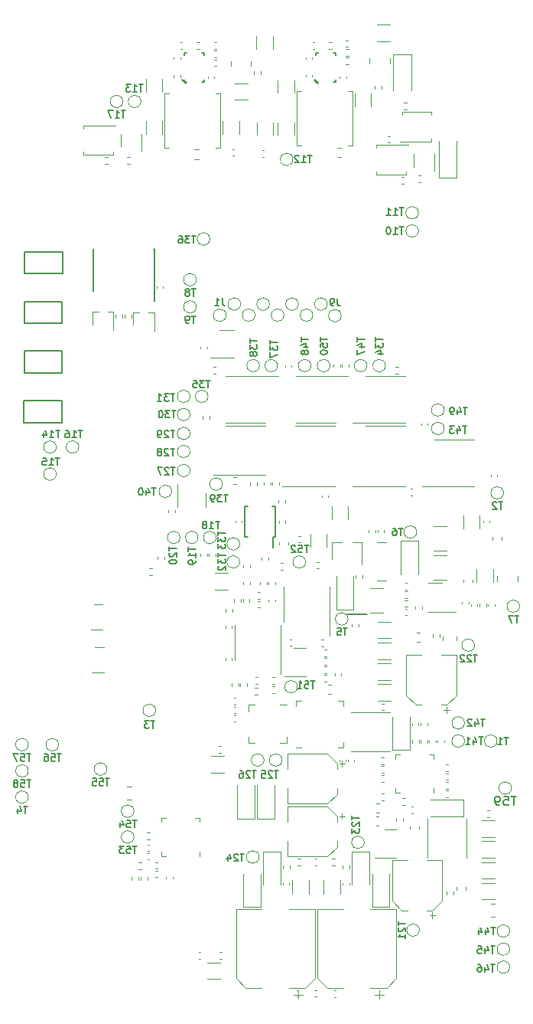
<source format=gbr>
%TF.GenerationSoftware,KiCad,Pcbnew,7.99.0-1.20230926git54171ec.fc37*%
%TF.CreationDate,2023-10-03T14:10:54+01:00*%
%TF.ProjectId,bugg-main-r5,62756767-2d6d-4616-996e-2d72352e6b69,rev?*%
%TF.SameCoordinates,Original*%
%TF.FileFunction,Legend,Bot*%
%TF.FilePolarity,Positive*%
%FSLAX46Y46*%
G04 Gerber Fmt 4.6, Leading zero omitted, Abs format (unit mm)*
G04 Created by KiCad (PCBNEW 7.99.0-1.20230926git54171ec.fc37) date 2023-10-03 14:10:54*
%MOMM*%
%LPD*%
G01*
G04 APERTURE LIST*
%ADD10C,0.150000*%
%ADD11C,0.120000*%
G04 APERTURE END LIST*
D10*
X11150000Y-4500000D02*
X8950000Y-4500000D01*
X15190476Y38337704D02*
X14733333Y38337704D01*
X14961905Y37537704D02*
X14961905Y38337704D01*
X14047619Y37537704D02*
X14504762Y37537704D01*
X14276190Y37537704D02*
X14276190Y38337704D01*
X14276190Y38337704D02*
X14352381Y38223419D01*
X14352381Y38223419D02*
X14428571Y38147228D01*
X14428571Y38147228D02*
X14504762Y38109133D01*
X13552380Y38337704D02*
X13476190Y38337704D01*
X13476190Y38337704D02*
X13399999Y38299609D01*
X13399999Y38299609D02*
X13361904Y38261514D01*
X13361904Y38261514D02*
X13323809Y38185323D01*
X13323809Y38185323D02*
X13285714Y38032942D01*
X13285714Y38032942D02*
X13285714Y37842466D01*
X13285714Y37842466D02*
X13323809Y37690085D01*
X13323809Y37690085D02*
X13361904Y37613895D01*
X13361904Y37613895D02*
X13399999Y37575800D01*
X13399999Y37575800D02*
X13476190Y37537704D01*
X13476190Y37537704D02*
X13552380Y37537704D01*
X13552380Y37537704D02*
X13628571Y37575800D01*
X13628571Y37575800D02*
X13666666Y37613895D01*
X13666666Y37613895D02*
X13704761Y37690085D01*
X13704761Y37690085D02*
X13742857Y37842466D01*
X13742857Y37842466D02*
X13742857Y38032942D01*
X13742857Y38032942D02*
X13704761Y38185323D01*
X13704761Y38185323D02*
X13666666Y38261514D01*
X13666666Y38261514D02*
X13628571Y38299609D01*
X13628571Y38299609D02*
X13552380Y38337704D01*
X-10159523Y15837704D02*
X-10616666Y15837704D01*
X-10388094Y15037704D02*
X-10388094Y15837704D01*
X-10845237Y15761514D02*
X-10883333Y15799609D01*
X-10883333Y15799609D02*
X-10959523Y15837704D01*
X-10959523Y15837704D02*
X-11149999Y15837704D01*
X-11149999Y15837704D02*
X-11226190Y15799609D01*
X-11226190Y15799609D02*
X-11264285Y15761514D01*
X-11264285Y15761514D02*
X-11302380Y15685323D01*
X-11302380Y15685323D02*
X-11302380Y15609133D01*
X-11302380Y15609133D02*
X-11264285Y15494847D01*
X-11264285Y15494847D02*
X-10807142Y15037704D01*
X-10807142Y15037704D02*
X-11302380Y15037704D01*
X-11683333Y15037704D02*
X-11835714Y15037704D01*
X-11835714Y15037704D02*
X-11911904Y15075800D01*
X-11911904Y15075800D02*
X-11950000Y15113895D01*
X-11950000Y15113895D02*
X-12026190Y15228180D01*
X-12026190Y15228180D02*
X-12064285Y15380561D01*
X-12064285Y15380561D02*
X-12064285Y15685323D01*
X-12064285Y15685323D02*
X-12026190Y15761514D01*
X-12026190Y15761514D02*
X-11988095Y15799609D01*
X-11988095Y15799609D02*
X-11911904Y15837704D01*
X-11911904Y15837704D02*
X-11759523Y15837704D01*
X-11759523Y15837704D02*
X-11683333Y15799609D01*
X-11683333Y15799609D02*
X-11645238Y15761514D01*
X-11645238Y15761514D02*
X-11607142Y15685323D01*
X-11607142Y15685323D02*
X-11607142Y15494847D01*
X-11607142Y15494847D02*
X-11645238Y15418657D01*
X-11645238Y15418657D02*
X-11683333Y15380561D01*
X-11683333Y15380561D02*
X-11759523Y15342466D01*
X-11759523Y15342466D02*
X-11911904Y15342466D01*
X-11911904Y15342466D02*
X-11988095Y15380561D01*
X-11988095Y15380561D02*
X-12026190Y15418657D01*
X-12026190Y15418657D02*
X-12064285Y15494847D01*
X-15584523Y51189704D02*
X-16041666Y51189704D01*
X-15813094Y50389704D02*
X-15813094Y51189704D01*
X-16727380Y50389704D02*
X-16270237Y50389704D01*
X-16498809Y50389704D02*
X-16498809Y51189704D01*
X-16498809Y51189704D02*
X-16422618Y51075419D01*
X-16422618Y51075419D02*
X-16346428Y50999228D01*
X-16346428Y50999228D02*
X-16270237Y50961133D01*
X-16994047Y51189704D02*
X-17527381Y51189704D01*
X-17527381Y51189704D02*
X-17184523Y50389704D01*
X-22909523Y12787704D02*
X-23366666Y12787704D01*
X-23138094Y11987704D02*
X-23138094Y12787704D01*
X-24052380Y11987704D02*
X-23595237Y11987704D01*
X-23823809Y11987704D02*
X-23823809Y12787704D01*
X-23823809Y12787704D02*
X-23747618Y12673419D01*
X-23747618Y12673419D02*
X-23671428Y12597228D01*
X-23671428Y12597228D02*
X-23595237Y12559133D01*
X-24776190Y12787704D02*
X-24395238Y12787704D01*
X-24395238Y12787704D02*
X-24357142Y12406752D01*
X-24357142Y12406752D02*
X-24395238Y12444847D01*
X-24395238Y12444847D02*
X-24471428Y12482942D01*
X-24471428Y12482942D02*
X-24661904Y12482942D01*
X-24661904Y12482942D02*
X-24738095Y12444847D01*
X-24738095Y12444847D02*
X-24776190Y12406752D01*
X-24776190Y12406752D02*
X-24814285Y12330561D01*
X-24814285Y12330561D02*
X-24814285Y12140085D01*
X-24814285Y12140085D02*
X-24776190Y12063895D01*
X-24776190Y12063895D02*
X-24738095Y12025800D01*
X-24738095Y12025800D02*
X-24661904Y11987704D01*
X-24661904Y11987704D02*
X-24471428Y11987704D01*
X-24471428Y11987704D02*
X-24395238Y12025800D01*
X-24395238Y12025800D02*
X-24357142Y12063895D01*
X-8637704Y2940476D02*
X-8637704Y2483333D01*
X-7837704Y2711905D02*
X-8637704Y2711905D01*
X-7837704Y1797619D02*
X-7837704Y2254762D01*
X-7837704Y2026190D02*
X-8637704Y2026190D01*
X-8637704Y2026190D02*
X-8523419Y2102381D01*
X-8523419Y2102381D02*
X-8447228Y2178571D01*
X-8447228Y2178571D02*
X-8409133Y2254762D01*
X-7837704Y1416666D02*
X-7837704Y1264285D01*
X-7837704Y1264285D02*
X-7875800Y1188095D01*
X-7875800Y1188095D02*
X-7913895Y1149999D01*
X-7913895Y1149999D02*
X-8028180Y1073809D01*
X-8028180Y1073809D02*
X-8180561Y1035714D01*
X-8180561Y1035714D02*
X-8485323Y1035714D01*
X-8485323Y1035714D02*
X-8561514Y1073809D01*
X-8561514Y1073809D02*
X-8599609Y1111904D01*
X-8599609Y1111904D02*
X-8637704Y1188095D01*
X-8637704Y1188095D02*
X-8637704Y1340476D01*
X-8637704Y1340476D02*
X-8599609Y1416666D01*
X-8599609Y1416666D02*
X-8561514Y1454761D01*
X-8561514Y1454761D02*
X-8485323Y1492857D01*
X-8485323Y1492857D02*
X-8294847Y1492857D01*
X-8294847Y1492857D02*
X-8218657Y1454761D01*
X-8218657Y1454761D02*
X-8180561Y1416666D01*
X-8180561Y1416666D02*
X-8142466Y1340476D01*
X-8142466Y1340476D02*
X-8142466Y1188095D01*
X-8142466Y1188095D02*
X-8180561Y1111904D01*
X-8180561Y1111904D02*
X-8218657Y1073809D01*
X-8218657Y1073809D02*
X-8294847Y1035714D01*
X5365476Y-11862295D02*
X4908333Y-11862295D01*
X5136905Y-12662295D02*
X5136905Y-11862295D01*
X4260714Y-11862295D02*
X4641666Y-11862295D01*
X4641666Y-11862295D02*
X4679762Y-12243247D01*
X4679762Y-12243247D02*
X4641666Y-12205152D01*
X4641666Y-12205152D02*
X4565476Y-12167057D01*
X4565476Y-12167057D02*
X4375000Y-12167057D01*
X4375000Y-12167057D02*
X4298809Y-12205152D01*
X4298809Y-12205152D02*
X4260714Y-12243247D01*
X4260714Y-12243247D02*
X4222619Y-12319438D01*
X4222619Y-12319438D02*
X4222619Y-12509914D01*
X4222619Y-12509914D02*
X4260714Y-12586104D01*
X4260714Y-12586104D02*
X4298809Y-12624200D01*
X4298809Y-12624200D02*
X4375000Y-12662295D01*
X4375000Y-12662295D02*
X4565476Y-12662295D01*
X4565476Y-12662295D02*
X4641666Y-12624200D01*
X4641666Y-12624200D02*
X4679762Y-12586104D01*
X3460714Y-12662295D02*
X3917857Y-12662295D01*
X3689285Y-12662295D02*
X3689285Y-11862295D01*
X3689285Y-11862295D02*
X3765476Y-11976580D01*
X3765476Y-11976580D02*
X3841666Y-12052771D01*
X3841666Y-12052771D02*
X3917857Y-12090866D01*
X-26059523Y-19910295D02*
X-26516666Y-19910295D01*
X-26288094Y-20710295D02*
X-26288094Y-19910295D01*
X-27164285Y-19910295D02*
X-26783333Y-19910295D01*
X-26783333Y-19910295D02*
X-26745237Y-20291247D01*
X-26745237Y-20291247D02*
X-26783333Y-20253152D01*
X-26783333Y-20253152D02*
X-26859523Y-20215057D01*
X-26859523Y-20215057D02*
X-27049999Y-20215057D01*
X-27049999Y-20215057D02*
X-27126190Y-20253152D01*
X-27126190Y-20253152D02*
X-27164285Y-20291247D01*
X-27164285Y-20291247D02*
X-27202380Y-20367438D01*
X-27202380Y-20367438D02*
X-27202380Y-20557914D01*
X-27202380Y-20557914D02*
X-27164285Y-20634104D01*
X-27164285Y-20634104D02*
X-27126190Y-20672200D01*
X-27126190Y-20672200D02*
X-27049999Y-20710295D01*
X-27049999Y-20710295D02*
X-26859523Y-20710295D01*
X-26859523Y-20710295D02*
X-26783333Y-20672200D01*
X-26783333Y-20672200D02*
X-26745237Y-20634104D01*
X-27469047Y-19910295D02*
X-28002381Y-19910295D01*
X-28002381Y-19910295D02*
X-27659523Y-20710295D01*
X8968922Y-6012295D02*
X8511779Y-6012295D01*
X8740351Y-6812295D02*
X8740351Y-6012295D01*
X7864160Y-6012295D02*
X8245112Y-6012295D01*
X8245112Y-6012295D02*
X8283208Y-6393247D01*
X8283208Y-6393247D02*
X8245112Y-6355152D01*
X8245112Y-6355152D02*
X8168922Y-6317057D01*
X8168922Y-6317057D02*
X7978446Y-6317057D01*
X7978446Y-6317057D02*
X7902255Y-6355152D01*
X7902255Y-6355152D02*
X7864160Y-6393247D01*
X7864160Y-6393247D02*
X7826065Y-6469438D01*
X7826065Y-6469438D02*
X7826065Y-6659914D01*
X7826065Y-6659914D02*
X7864160Y-6736104D01*
X7864160Y-6736104D02*
X7902255Y-6774200D01*
X7902255Y-6774200D02*
X7978446Y-6812295D01*
X7978446Y-6812295D02*
X8168922Y-6812295D01*
X8168922Y-6812295D02*
X8245112Y-6774200D01*
X8245112Y-6774200D02*
X8283208Y-6736104D01*
X-1837704Y25965476D02*
X-1837704Y25508333D01*
X-1037704Y25736905D02*
X-1837704Y25736905D01*
X-1837704Y25317857D02*
X-1837704Y24822619D01*
X-1837704Y24822619D02*
X-1532942Y25089285D01*
X-1532942Y25089285D02*
X-1532942Y24975000D01*
X-1532942Y24975000D02*
X-1494847Y24898809D01*
X-1494847Y24898809D02*
X-1456752Y24860714D01*
X-1456752Y24860714D02*
X-1380561Y24822619D01*
X-1380561Y24822619D02*
X-1190085Y24822619D01*
X-1190085Y24822619D02*
X-1113895Y24860714D01*
X-1113895Y24860714D02*
X-1075800Y24898809D01*
X-1075800Y24898809D02*
X-1037704Y24975000D01*
X-1037704Y24975000D02*
X-1037704Y25203571D01*
X-1037704Y25203571D02*
X-1075800Y25279762D01*
X-1075800Y25279762D02*
X-1113895Y25317857D01*
X-1494847Y24365476D02*
X-1532942Y24441666D01*
X-1532942Y24441666D02*
X-1571038Y24479761D01*
X-1571038Y24479761D02*
X-1647228Y24517857D01*
X-1647228Y24517857D02*
X-1685323Y24517857D01*
X-1685323Y24517857D02*
X-1761514Y24479761D01*
X-1761514Y24479761D02*
X-1799609Y24441666D01*
X-1799609Y24441666D02*
X-1837704Y24365476D01*
X-1837704Y24365476D02*
X-1837704Y24213095D01*
X-1837704Y24213095D02*
X-1799609Y24136904D01*
X-1799609Y24136904D02*
X-1761514Y24098809D01*
X-1761514Y24098809D02*
X-1685323Y24060714D01*
X-1685323Y24060714D02*
X-1647228Y24060714D01*
X-1647228Y24060714D02*
X-1571038Y24098809D01*
X-1571038Y24098809D02*
X-1532942Y24136904D01*
X-1532942Y24136904D02*
X-1494847Y24213095D01*
X-1494847Y24213095D02*
X-1494847Y24365476D01*
X-1494847Y24365476D02*
X-1456752Y24441666D01*
X-1456752Y24441666D02*
X-1418657Y24479761D01*
X-1418657Y24479761D02*
X-1342466Y24517857D01*
X-1342466Y24517857D02*
X-1190085Y24517857D01*
X-1190085Y24517857D02*
X-1113895Y24479761D01*
X-1113895Y24479761D02*
X-1075800Y24441666D01*
X-1075800Y24441666D02*
X-1037704Y24365476D01*
X-1037704Y24365476D02*
X-1037704Y24213095D01*
X-1037704Y24213095D02*
X-1075800Y24136904D01*
X-1075800Y24136904D02*
X-1113895Y24098809D01*
X-1113895Y24098809D02*
X-1190085Y24060714D01*
X-1190085Y24060714D02*
X-1342466Y24060714D01*
X-1342466Y24060714D02*
X-1418657Y24098809D01*
X-1418657Y24098809D02*
X-1456752Y24136904D01*
X-1456752Y24136904D02*
X-1494847Y24213095D01*
X-5159523Y5787704D02*
X-5616666Y5787704D01*
X-5388094Y4987704D02*
X-5388094Y5787704D01*
X-6302380Y4987704D02*
X-5845237Y4987704D01*
X-6073809Y4987704D02*
X-6073809Y5787704D01*
X-6073809Y5787704D02*
X-5997618Y5673419D01*
X-5997618Y5673419D02*
X-5921428Y5597228D01*
X-5921428Y5597228D02*
X-5845237Y5559133D01*
X-6759523Y5444847D02*
X-6683333Y5482942D01*
X-6683333Y5482942D02*
X-6645238Y5521038D01*
X-6645238Y5521038D02*
X-6607142Y5597228D01*
X-6607142Y5597228D02*
X-6607142Y5635323D01*
X-6607142Y5635323D02*
X-6645238Y5711514D01*
X-6645238Y5711514D02*
X-6683333Y5749609D01*
X-6683333Y5749609D02*
X-6759523Y5787704D01*
X-6759523Y5787704D02*
X-6911904Y5787704D01*
X-6911904Y5787704D02*
X-6988095Y5749609D01*
X-6988095Y5749609D02*
X-7026190Y5711514D01*
X-7026190Y5711514D02*
X-7064285Y5635323D01*
X-7064285Y5635323D02*
X-7064285Y5597228D01*
X-7064285Y5597228D02*
X-7026190Y5521038D01*
X-7026190Y5521038D02*
X-6988095Y5482942D01*
X-6988095Y5482942D02*
X-6911904Y5444847D01*
X-6911904Y5444847D02*
X-6759523Y5444847D01*
X-6759523Y5444847D02*
X-6683333Y5406752D01*
X-6683333Y5406752D02*
X-6645238Y5368657D01*
X-6645238Y5368657D02*
X-6607142Y5292466D01*
X-6607142Y5292466D02*
X-6607142Y5140085D01*
X-6607142Y5140085D02*
X-6645238Y5063895D01*
X-6645238Y5063895D02*
X-6683333Y5025800D01*
X-6683333Y5025800D02*
X-6759523Y4987704D01*
X-6759523Y4987704D02*
X-6911904Y4987704D01*
X-6911904Y4987704D02*
X-6988095Y5025800D01*
X-6988095Y5025800D02*
X-7026190Y5063895D01*
X-7026190Y5063895D02*
X-7064285Y5140085D01*
X-7064285Y5140085D02*
X-7064285Y5292466D01*
X-7064285Y5292466D02*
X-7026190Y5368657D01*
X-7026190Y5368657D02*
X-6988095Y5406752D01*
X-6988095Y5406752D02*
X-6911904Y5444847D01*
X3862295Y26140476D02*
X3862295Y25683333D01*
X4662295Y25911905D02*
X3862295Y25911905D01*
X4128961Y25073809D02*
X4662295Y25073809D01*
X3824200Y25264285D02*
X4395628Y25454762D01*
X4395628Y25454762D02*
X4395628Y24959523D01*
X4205152Y24540476D02*
X4167057Y24616666D01*
X4167057Y24616666D02*
X4128961Y24654761D01*
X4128961Y24654761D02*
X4052771Y24692857D01*
X4052771Y24692857D02*
X4014676Y24692857D01*
X4014676Y24692857D02*
X3938485Y24654761D01*
X3938485Y24654761D02*
X3900390Y24616666D01*
X3900390Y24616666D02*
X3862295Y24540476D01*
X3862295Y24540476D02*
X3862295Y24388095D01*
X3862295Y24388095D02*
X3900390Y24311904D01*
X3900390Y24311904D02*
X3938485Y24273809D01*
X3938485Y24273809D02*
X4014676Y24235714D01*
X4014676Y24235714D02*
X4052771Y24235714D01*
X4052771Y24235714D02*
X4128961Y24273809D01*
X4128961Y24273809D02*
X4167057Y24311904D01*
X4167057Y24311904D02*
X4205152Y24388095D01*
X4205152Y24388095D02*
X4205152Y24540476D01*
X4205152Y24540476D02*
X4243247Y24616666D01*
X4243247Y24616666D02*
X4281342Y24654761D01*
X4281342Y24654761D02*
X4357533Y24692857D01*
X4357533Y24692857D02*
X4509914Y24692857D01*
X4509914Y24692857D02*
X4586104Y24654761D01*
X4586104Y24654761D02*
X4624200Y24616666D01*
X4624200Y24616666D02*
X4662295Y24540476D01*
X4662295Y24540476D02*
X4662295Y24388095D01*
X4662295Y24388095D02*
X4624200Y24311904D01*
X4624200Y24311904D02*
X4586104Y24273809D01*
X4586104Y24273809D02*
X4509914Y24235714D01*
X4509914Y24235714D02*
X4357533Y24235714D01*
X4357533Y24235714D02*
X4281342Y24273809D01*
X4281342Y24273809D02*
X4243247Y24311904D01*
X4243247Y24311904D02*
X4205152Y24388095D01*
X12112295Y26140476D02*
X12112295Y25683333D01*
X12912295Y25911905D02*
X12112295Y25911905D01*
X12112295Y25492857D02*
X12112295Y24997619D01*
X12112295Y24997619D02*
X12417057Y25264285D01*
X12417057Y25264285D02*
X12417057Y25150000D01*
X12417057Y25150000D02*
X12455152Y25073809D01*
X12455152Y25073809D02*
X12493247Y25035714D01*
X12493247Y25035714D02*
X12569438Y24997619D01*
X12569438Y24997619D02*
X12759914Y24997619D01*
X12759914Y24997619D02*
X12836104Y25035714D01*
X12836104Y25035714D02*
X12874200Y25073809D01*
X12874200Y25073809D02*
X12912295Y25150000D01*
X12912295Y25150000D02*
X12912295Y25378571D01*
X12912295Y25378571D02*
X12874200Y25454762D01*
X12874200Y25454762D02*
X12836104Y25492857D01*
X12378961Y24311904D02*
X12912295Y24311904D01*
X12074200Y24502380D02*
X12645628Y24692857D01*
X12645628Y24692857D02*
X12645628Y24197618D01*
X-6209523Y21362704D02*
X-6666666Y21362704D01*
X-6438094Y20562704D02*
X-6438094Y21362704D01*
X-6857142Y21362704D02*
X-7352380Y21362704D01*
X-7352380Y21362704D02*
X-7085714Y21057942D01*
X-7085714Y21057942D02*
X-7199999Y21057942D01*
X-7199999Y21057942D02*
X-7276190Y21019847D01*
X-7276190Y21019847D02*
X-7314285Y20981752D01*
X-7314285Y20981752D02*
X-7352380Y20905561D01*
X-7352380Y20905561D02*
X-7352380Y20715085D01*
X-7352380Y20715085D02*
X-7314285Y20638895D01*
X-7314285Y20638895D02*
X-7276190Y20600800D01*
X-7276190Y20600800D02*
X-7199999Y20562704D01*
X-7199999Y20562704D02*
X-6971428Y20562704D01*
X-6971428Y20562704D02*
X-6895237Y20600800D01*
X-6895237Y20600800D02*
X-6857142Y20638895D01*
X-8076190Y21362704D02*
X-7695238Y21362704D01*
X-7695238Y21362704D02*
X-7657142Y20981752D01*
X-7657142Y20981752D02*
X-7695238Y21019847D01*
X-7695238Y21019847D02*
X-7771428Y21057942D01*
X-7771428Y21057942D02*
X-7961904Y21057942D01*
X-7961904Y21057942D02*
X-8038095Y21019847D01*
X-8038095Y21019847D02*
X-8076190Y20981752D01*
X-8076190Y20981752D02*
X-8114285Y20905561D01*
X-8114285Y20905561D02*
X-8114285Y20715085D01*
X-8114285Y20715085D02*
X-8076190Y20638895D01*
X-8076190Y20638895D02*
X-8038095Y20600800D01*
X-8038095Y20600800D02*
X-7961904Y20562704D01*
X-7961904Y20562704D02*
X-7771428Y20562704D01*
X-7771428Y20562704D02*
X-7695238Y20600800D01*
X-7695238Y20600800D02*
X-7657142Y20638895D01*
X412295Y25840476D02*
X412295Y25383333D01*
X1212295Y25611905D02*
X412295Y25611905D01*
X412295Y25192857D02*
X412295Y24697619D01*
X412295Y24697619D02*
X717057Y24964285D01*
X717057Y24964285D02*
X717057Y24850000D01*
X717057Y24850000D02*
X755152Y24773809D01*
X755152Y24773809D02*
X793247Y24735714D01*
X793247Y24735714D02*
X869438Y24697619D01*
X869438Y24697619D02*
X1059914Y24697619D01*
X1059914Y24697619D02*
X1136104Y24735714D01*
X1136104Y24735714D02*
X1174200Y24773809D01*
X1174200Y24773809D02*
X1212295Y24850000D01*
X1212295Y24850000D02*
X1212295Y25078571D01*
X1212295Y25078571D02*
X1174200Y25154762D01*
X1174200Y25154762D02*
X1136104Y25192857D01*
X412295Y24430952D02*
X412295Y23897618D01*
X412295Y23897618D02*
X1212295Y24240476D01*
X1340476Y-21787295D02*
X883333Y-21787295D01*
X1111905Y-22587295D02*
X1111905Y-21787295D01*
X654762Y-21863485D02*
X616666Y-21825390D01*
X616666Y-21825390D02*
X540476Y-21787295D01*
X540476Y-21787295D02*
X350000Y-21787295D01*
X350000Y-21787295D02*
X273809Y-21825390D01*
X273809Y-21825390D02*
X235714Y-21863485D01*
X235714Y-21863485D02*
X197619Y-21939676D01*
X197619Y-21939676D02*
X197619Y-22015866D01*
X197619Y-22015866D02*
X235714Y-22130152D01*
X235714Y-22130152D02*
X692857Y-22587295D01*
X692857Y-22587295D02*
X197619Y-22587295D01*
X-526190Y-21787295D02*
X-145238Y-21787295D01*
X-145238Y-21787295D02*
X-107142Y-22168247D01*
X-107142Y-22168247D02*
X-145238Y-22130152D01*
X-145238Y-22130152D02*
X-221428Y-22092057D01*
X-221428Y-22092057D02*
X-411904Y-22092057D01*
X-411904Y-22092057D02*
X-488095Y-22130152D01*
X-488095Y-22130152D02*
X-526190Y-22168247D01*
X-526190Y-22168247D02*
X-564285Y-22244438D01*
X-564285Y-22244438D02*
X-564285Y-22434914D01*
X-564285Y-22434914D02*
X-526190Y-22511104D01*
X-526190Y-22511104D02*
X-488095Y-22549200D01*
X-488095Y-22549200D02*
X-411904Y-22587295D01*
X-411904Y-22587295D02*
X-221428Y-22587295D01*
X-221428Y-22587295D02*
X-145238Y-22549200D01*
X-145238Y-22549200D02*
X-107142Y-22511104D01*
X25290476Y-43212295D02*
X24833333Y-43212295D01*
X25061905Y-44012295D02*
X25061905Y-43212295D01*
X24223809Y-43478961D02*
X24223809Y-44012295D01*
X24414285Y-43174200D02*
X24604762Y-43745628D01*
X24604762Y-43745628D02*
X24109523Y-43745628D01*
X23461904Y-43212295D02*
X23614285Y-43212295D01*
X23614285Y-43212295D02*
X23690476Y-43250390D01*
X23690476Y-43250390D02*
X23728571Y-43288485D01*
X23728571Y-43288485D02*
X23804761Y-43402771D01*
X23804761Y-43402771D02*
X23842857Y-43555152D01*
X23842857Y-43555152D02*
X23842857Y-43859914D01*
X23842857Y-43859914D02*
X23804761Y-43936104D01*
X23804761Y-43936104D02*
X23766666Y-43974200D01*
X23766666Y-43974200D02*
X23690476Y-44012295D01*
X23690476Y-44012295D02*
X23538095Y-44012295D01*
X23538095Y-44012295D02*
X23461904Y-43974200D01*
X23461904Y-43974200D02*
X23423809Y-43936104D01*
X23423809Y-43936104D02*
X23385714Y-43859914D01*
X23385714Y-43859914D02*
X23385714Y-43669438D01*
X23385714Y-43669438D02*
X23423809Y-43593247D01*
X23423809Y-43593247D02*
X23461904Y-43555152D01*
X23461904Y-43555152D02*
X23538095Y-43517057D01*
X23538095Y-43517057D02*
X23690476Y-43517057D01*
X23690476Y-43517057D02*
X23766666Y-43555152D01*
X23766666Y-43555152D02*
X23804761Y-43593247D01*
X23804761Y-43593247D02*
X23842857Y-43669438D01*
X27959523Y-4612295D02*
X27502380Y-4612295D01*
X27730952Y-5412295D02*
X27730952Y-4612295D01*
X27311904Y-4612295D02*
X26778570Y-4612295D01*
X26778570Y-4612295D02*
X27121428Y-5412295D01*
X15109523Y5014704D02*
X14652380Y5014704D01*
X14880952Y4214704D02*
X14880952Y5014704D01*
X14042856Y5014704D02*
X14195237Y5014704D01*
X14195237Y5014704D02*
X14271428Y4976609D01*
X14271428Y4976609D02*
X14309523Y4938514D01*
X14309523Y4938514D02*
X14385713Y4824228D01*
X14385713Y4824228D02*
X14423809Y4671847D01*
X14423809Y4671847D02*
X14423809Y4367085D01*
X14423809Y4367085D02*
X14385713Y4290895D01*
X14385713Y4290895D02*
X14347618Y4252800D01*
X14347618Y4252800D02*
X14271428Y4214704D01*
X14271428Y4214704D02*
X14119047Y4214704D01*
X14119047Y4214704D02*
X14042856Y4252800D01*
X14042856Y4252800D02*
X14004761Y4290895D01*
X14004761Y4290895D02*
X13966666Y4367085D01*
X13966666Y4367085D02*
X13966666Y4557561D01*
X13966666Y4557561D02*
X14004761Y4633752D01*
X14004761Y4633752D02*
X14042856Y4671847D01*
X14042856Y4671847D02*
X14119047Y4709942D01*
X14119047Y4709942D02*
X14271428Y4709942D01*
X14271428Y4709942D02*
X14347618Y4671847D01*
X14347618Y4671847D02*
X14385713Y4633752D01*
X14385713Y4633752D02*
X14423809Y4557561D01*
X-17359523Y-22610295D02*
X-17816666Y-22610295D01*
X-17588094Y-23410295D02*
X-17588094Y-22610295D01*
X-18464285Y-22610295D02*
X-18083333Y-22610295D01*
X-18083333Y-22610295D02*
X-18045237Y-22991247D01*
X-18045237Y-22991247D02*
X-18083333Y-22953152D01*
X-18083333Y-22953152D02*
X-18159523Y-22915057D01*
X-18159523Y-22915057D02*
X-18349999Y-22915057D01*
X-18349999Y-22915057D02*
X-18426190Y-22953152D01*
X-18426190Y-22953152D02*
X-18464285Y-22991247D01*
X-18464285Y-22991247D02*
X-18502380Y-23067438D01*
X-18502380Y-23067438D02*
X-18502380Y-23257914D01*
X-18502380Y-23257914D02*
X-18464285Y-23334104D01*
X-18464285Y-23334104D02*
X-18426190Y-23372200D01*
X-18426190Y-23372200D02*
X-18349999Y-23410295D01*
X-18349999Y-23410295D02*
X-18159523Y-23410295D01*
X-18159523Y-23410295D02*
X-18083333Y-23372200D01*
X-18083333Y-23372200D02*
X-18045237Y-23334104D01*
X-19226190Y-22610295D02*
X-18845238Y-22610295D01*
X-18845238Y-22610295D02*
X-18807142Y-22991247D01*
X-18807142Y-22991247D02*
X-18845238Y-22953152D01*
X-18845238Y-22953152D02*
X-18921428Y-22915057D01*
X-18921428Y-22915057D02*
X-19111904Y-22915057D01*
X-19111904Y-22915057D02*
X-19188095Y-22953152D01*
X-19188095Y-22953152D02*
X-19226190Y-22991247D01*
X-19226190Y-22991247D02*
X-19264285Y-23067438D01*
X-19264285Y-23067438D02*
X-19264285Y-23257914D01*
X-19264285Y-23257914D02*
X-19226190Y-23334104D01*
X-19226190Y-23334104D02*
X-19188095Y-23372200D01*
X-19188095Y-23372200D02*
X-19111904Y-23410295D01*
X-19111904Y-23410295D02*
X-18921428Y-23410295D01*
X-18921428Y-23410295D02*
X-18845238Y-23372200D01*
X-18845238Y-23372200D02*
X-18807142Y-23334104D01*
X10062295Y26140476D02*
X10062295Y25683333D01*
X10862295Y25911905D02*
X10062295Y25911905D01*
X10328961Y25073809D02*
X10862295Y25073809D01*
X10024200Y25264285D02*
X10595628Y25454762D01*
X10595628Y25454762D02*
X10595628Y24959523D01*
X10062295Y24730952D02*
X10062295Y24197618D01*
X10062295Y24197618D02*
X10862295Y24540476D01*
X-10159523Y13837704D02*
X-10616666Y13837704D01*
X-10388094Y13037704D02*
X-10388094Y13837704D01*
X-10845237Y13761514D02*
X-10883333Y13799609D01*
X-10883333Y13799609D02*
X-10959523Y13837704D01*
X-10959523Y13837704D02*
X-11149999Y13837704D01*
X-11149999Y13837704D02*
X-11226190Y13799609D01*
X-11226190Y13799609D02*
X-11264285Y13761514D01*
X-11264285Y13761514D02*
X-11302380Y13685323D01*
X-11302380Y13685323D02*
X-11302380Y13609133D01*
X-11302380Y13609133D02*
X-11264285Y13494847D01*
X-11264285Y13494847D02*
X-10807142Y13037704D01*
X-10807142Y13037704D02*
X-11302380Y13037704D01*
X-11759523Y13494847D02*
X-11683333Y13532942D01*
X-11683333Y13532942D02*
X-11645238Y13571038D01*
X-11645238Y13571038D02*
X-11607142Y13647228D01*
X-11607142Y13647228D02*
X-11607142Y13685323D01*
X-11607142Y13685323D02*
X-11645238Y13761514D01*
X-11645238Y13761514D02*
X-11683333Y13799609D01*
X-11683333Y13799609D02*
X-11759523Y13837704D01*
X-11759523Y13837704D02*
X-11911904Y13837704D01*
X-11911904Y13837704D02*
X-11988095Y13799609D01*
X-11988095Y13799609D02*
X-12026190Y13761514D01*
X-12026190Y13761514D02*
X-12064285Y13685323D01*
X-12064285Y13685323D02*
X-12064285Y13647228D01*
X-12064285Y13647228D02*
X-12026190Y13571038D01*
X-12026190Y13571038D02*
X-11988095Y13532942D01*
X-11988095Y13532942D02*
X-11911904Y13494847D01*
X-11911904Y13494847D02*
X-11759523Y13494847D01*
X-11759523Y13494847D02*
X-11683333Y13456752D01*
X-11683333Y13456752D02*
X-11645238Y13418657D01*
X-11645238Y13418657D02*
X-11607142Y13342466D01*
X-11607142Y13342466D02*
X-11607142Y13190085D01*
X-11607142Y13190085D02*
X-11645238Y13113895D01*
X-11645238Y13113895D02*
X-11683333Y13075800D01*
X-11683333Y13075800D02*
X-11759523Y13037704D01*
X-11759523Y13037704D02*
X-11911904Y13037704D01*
X-11911904Y13037704D02*
X-11988095Y13075800D01*
X-11988095Y13075800D02*
X-12026190Y13113895D01*
X-12026190Y13113895D02*
X-12064285Y13190085D01*
X-12064285Y13190085D02*
X-12064285Y13342466D01*
X-12064285Y13342466D02*
X-12026190Y13418657D01*
X-12026190Y13418657D02*
X-11988095Y13456752D01*
X-11988095Y13456752D02*
X-11911904Y13494847D01*
X-1109523Y-21787295D02*
X-1566666Y-21787295D01*
X-1338094Y-22587295D02*
X-1338094Y-21787295D01*
X-1795237Y-21863485D02*
X-1833333Y-21825390D01*
X-1833333Y-21825390D02*
X-1909523Y-21787295D01*
X-1909523Y-21787295D02*
X-2099999Y-21787295D01*
X-2099999Y-21787295D02*
X-2176190Y-21825390D01*
X-2176190Y-21825390D02*
X-2214285Y-21863485D01*
X-2214285Y-21863485D02*
X-2252380Y-21939676D01*
X-2252380Y-21939676D02*
X-2252380Y-22015866D01*
X-2252380Y-22015866D02*
X-2214285Y-22130152D01*
X-2214285Y-22130152D02*
X-1757142Y-22587295D01*
X-1757142Y-22587295D02*
X-2252380Y-22587295D01*
X-2938095Y-21787295D02*
X-2785714Y-21787295D01*
X-2785714Y-21787295D02*
X-2709523Y-21825390D01*
X-2709523Y-21825390D02*
X-2671428Y-21863485D01*
X-2671428Y-21863485D02*
X-2595238Y-21977771D01*
X-2595238Y-21977771D02*
X-2557142Y-22130152D01*
X-2557142Y-22130152D02*
X-2557142Y-22434914D01*
X-2557142Y-22434914D02*
X-2595238Y-22511104D01*
X-2595238Y-22511104D02*
X-2633333Y-22549200D01*
X-2633333Y-22549200D02*
X-2709523Y-22587295D01*
X-2709523Y-22587295D02*
X-2861904Y-22587295D01*
X-2861904Y-22587295D02*
X-2938095Y-22549200D01*
X-2938095Y-22549200D02*
X-2976190Y-22511104D01*
X-2976190Y-22511104D02*
X-3014285Y-22434914D01*
X-3014285Y-22434914D02*
X-3014285Y-22244438D01*
X-3014285Y-22244438D02*
X-2976190Y-22168247D01*
X-2976190Y-22168247D02*
X-2938095Y-22130152D01*
X-2938095Y-22130152D02*
X-2861904Y-22092057D01*
X-2861904Y-22092057D02*
X-2709523Y-22092057D01*
X-2709523Y-22092057D02*
X-2633333Y-22130152D01*
X-2633333Y-22130152D02*
X-2595238Y-22168247D01*
X-2595238Y-22168247D02*
X-2557142Y-22244438D01*
X26179523Y7924704D02*
X25722380Y7924704D01*
X25950952Y7124704D02*
X25950952Y7924704D01*
X25493809Y7848514D02*
X25455713Y7886609D01*
X25455713Y7886609D02*
X25379523Y7924704D01*
X25379523Y7924704D02*
X25189047Y7924704D01*
X25189047Y7924704D02*
X25112856Y7886609D01*
X25112856Y7886609D02*
X25074761Y7848514D01*
X25074761Y7848514D02*
X25036666Y7772323D01*
X25036666Y7772323D02*
X25036666Y7696133D01*
X25036666Y7696133D02*
X25074761Y7581847D01*
X25074761Y7581847D02*
X25531904Y7124704D01*
X25531904Y7124704D02*
X25036666Y7124704D01*
X-4259523Y8737704D02*
X-4716666Y8737704D01*
X-4488094Y7937704D02*
X-4488094Y8737704D01*
X-4907142Y8737704D02*
X-5402380Y8737704D01*
X-5402380Y8737704D02*
X-5135714Y8432942D01*
X-5135714Y8432942D02*
X-5249999Y8432942D01*
X-5249999Y8432942D02*
X-5326190Y8394847D01*
X-5326190Y8394847D02*
X-5364285Y8356752D01*
X-5364285Y8356752D02*
X-5402380Y8280561D01*
X-5402380Y8280561D02*
X-5402380Y8090085D01*
X-5402380Y8090085D02*
X-5364285Y8013895D01*
X-5364285Y8013895D02*
X-5326190Y7975800D01*
X-5326190Y7975800D02*
X-5249999Y7937704D01*
X-5249999Y7937704D02*
X-5021428Y7937704D01*
X-5021428Y7937704D02*
X-4945237Y7975800D01*
X-4945237Y7975800D02*
X-4907142Y8013895D01*
X-5783333Y7937704D02*
X-5935714Y7937704D01*
X-5935714Y7937704D02*
X-6011904Y7975800D01*
X-6011904Y7975800D02*
X-6050000Y8013895D01*
X-6050000Y8013895D02*
X-6126190Y8128180D01*
X-6126190Y8128180D02*
X-6164285Y8280561D01*
X-6164285Y8280561D02*
X-6164285Y8585323D01*
X-6164285Y8585323D02*
X-6126190Y8661514D01*
X-6126190Y8661514D02*
X-6088095Y8699609D01*
X-6088095Y8699609D02*
X-6011904Y8737704D01*
X-6011904Y8737704D02*
X-5859523Y8737704D01*
X-5859523Y8737704D02*
X-5783333Y8699609D01*
X-5783333Y8699609D02*
X-5745238Y8661514D01*
X-5745238Y8661514D02*
X-5707142Y8585323D01*
X-5707142Y8585323D02*
X-5707142Y8394847D01*
X-5707142Y8394847D02*
X-5745238Y8318657D01*
X-5745238Y8318657D02*
X-5783333Y8280561D01*
X-5783333Y8280561D02*
X-5859523Y8242466D01*
X-5859523Y8242466D02*
X-6011904Y8242466D01*
X-6011904Y8242466D02*
X-6088095Y8280561D01*
X-6088095Y8280561D02*
X-6126190Y8318657D01*
X-6126190Y8318657D02*
X-6164285Y8394847D01*
X-10737704Y2990476D02*
X-10737704Y2533333D01*
X-9937704Y2761905D02*
X-10737704Y2761905D01*
X-10661514Y2304762D02*
X-10699609Y2266666D01*
X-10699609Y2266666D02*
X-10737704Y2190476D01*
X-10737704Y2190476D02*
X-10737704Y2000000D01*
X-10737704Y2000000D02*
X-10699609Y1923809D01*
X-10699609Y1923809D02*
X-10661514Y1885714D01*
X-10661514Y1885714D02*
X-10585323Y1847619D01*
X-10585323Y1847619D02*
X-10509133Y1847619D01*
X-10509133Y1847619D02*
X-10394847Y1885714D01*
X-10394847Y1885714D02*
X-9937704Y2342857D01*
X-9937704Y2342857D02*
X-9937704Y1847619D01*
X-10737704Y1352380D02*
X-10737704Y1276190D01*
X-10737704Y1276190D02*
X-10699609Y1199999D01*
X-10699609Y1199999D02*
X-10661514Y1161904D01*
X-10661514Y1161904D02*
X-10585323Y1123809D01*
X-10585323Y1123809D02*
X-10432942Y1085714D01*
X-10432942Y1085714D02*
X-10242466Y1085714D01*
X-10242466Y1085714D02*
X-10090085Y1123809D01*
X-10090085Y1123809D02*
X-10013895Y1161904D01*
X-10013895Y1161904D02*
X-9975800Y1199999D01*
X-9975800Y1199999D02*
X-9937704Y1276190D01*
X-9937704Y1276190D02*
X-9937704Y1352380D01*
X-9937704Y1352380D02*
X-9975800Y1428571D01*
X-9975800Y1428571D02*
X-10013895Y1466666D01*
X-10013895Y1466666D02*
X-10090085Y1504761D01*
X-10090085Y1504761D02*
X-10242466Y1542857D01*
X-10242466Y1542857D02*
X-10432942Y1542857D01*
X-10432942Y1542857D02*
X-10585323Y1504761D01*
X-10585323Y1504761D02*
X-10661514Y1466666D01*
X-10661514Y1466666D02*
X-10699609Y1428571D01*
X-10699609Y1428571D02*
X-10737704Y1352380D01*
X-7809523Y37337704D02*
X-8266666Y37337704D01*
X-8038094Y36537704D02*
X-8038094Y37337704D01*
X-8457142Y37337704D02*
X-8952380Y37337704D01*
X-8952380Y37337704D02*
X-8685714Y37032942D01*
X-8685714Y37032942D02*
X-8799999Y37032942D01*
X-8799999Y37032942D02*
X-8876190Y36994847D01*
X-8876190Y36994847D02*
X-8914285Y36956752D01*
X-8914285Y36956752D02*
X-8952380Y36880561D01*
X-8952380Y36880561D02*
X-8952380Y36690085D01*
X-8952380Y36690085D02*
X-8914285Y36613895D01*
X-8914285Y36613895D02*
X-8876190Y36575800D01*
X-8876190Y36575800D02*
X-8799999Y36537704D01*
X-8799999Y36537704D02*
X-8571428Y36537704D01*
X-8571428Y36537704D02*
X-8495237Y36575800D01*
X-8495237Y36575800D02*
X-8457142Y36613895D01*
X-9638095Y37337704D02*
X-9485714Y37337704D01*
X-9485714Y37337704D02*
X-9409523Y37299609D01*
X-9409523Y37299609D02*
X-9371428Y37261514D01*
X-9371428Y37261514D02*
X-9295238Y37147228D01*
X-9295238Y37147228D02*
X-9257142Y36994847D01*
X-9257142Y36994847D02*
X-9257142Y36690085D01*
X-9257142Y36690085D02*
X-9295238Y36613895D01*
X-9295238Y36613895D02*
X-9333333Y36575800D01*
X-9333333Y36575800D02*
X-9409523Y36537704D01*
X-9409523Y36537704D02*
X-9561904Y36537704D01*
X-9561904Y36537704D02*
X-9638095Y36575800D01*
X-9638095Y36575800D02*
X-9676190Y36613895D01*
X-9676190Y36613895D02*
X-9714285Y36690085D01*
X-9714285Y36690085D02*
X-9714285Y36880561D01*
X-9714285Y36880561D02*
X-9676190Y36956752D01*
X-9676190Y36956752D02*
X-9638095Y36994847D01*
X-9638095Y36994847D02*
X-9561904Y37032942D01*
X-9561904Y37032942D02*
X-9409523Y37032942D01*
X-9409523Y37032942D02*
X-9333333Y36994847D01*
X-9333333Y36994847D02*
X-9295238Y36956752D01*
X-9295238Y36956752D02*
X-9257142Y36880561D01*
X-13634523Y54087704D02*
X-14091666Y54087704D01*
X-13863094Y53287704D02*
X-13863094Y54087704D01*
X-14777380Y53287704D02*
X-14320237Y53287704D01*
X-14548809Y53287704D02*
X-14548809Y54087704D01*
X-14548809Y54087704D02*
X-14472618Y53973419D01*
X-14472618Y53973419D02*
X-14396428Y53897228D01*
X-14396428Y53897228D02*
X-14320237Y53859133D01*
X-15044047Y54087704D02*
X-15539285Y54087704D01*
X-15539285Y54087704D02*
X-15272619Y53782942D01*
X-15272619Y53782942D02*
X-15386904Y53782942D01*
X-15386904Y53782942D02*
X-15463095Y53744847D01*
X-15463095Y53744847D02*
X-15501190Y53706752D01*
X-15501190Y53706752D02*
X-15539285Y53630561D01*
X-15539285Y53630561D02*
X-15539285Y53440085D01*
X-15539285Y53440085D02*
X-15501190Y53363895D01*
X-15501190Y53363895D02*
X-15463095Y53325800D01*
X-15463095Y53325800D02*
X-15386904Y53287704D01*
X-15386904Y53287704D02*
X-15158333Y53287704D01*
X-15158333Y53287704D02*
X-15082142Y53325800D01*
X-15082142Y53325800D02*
X-15044047Y53363895D01*
X4680827Y3137704D02*
X4223684Y3137704D01*
X4452256Y2337704D02*
X4452256Y3137704D01*
X3576065Y3137704D02*
X3957017Y3137704D01*
X3957017Y3137704D02*
X3995113Y2756752D01*
X3995113Y2756752D02*
X3957017Y2794847D01*
X3957017Y2794847D02*
X3880827Y2832942D01*
X3880827Y2832942D02*
X3690351Y2832942D01*
X3690351Y2832942D02*
X3614160Y2794847D01*
X3614160Y2794847D02*
X3576065Y2756752D01*
X3576065Y2756752D02*
X3537970Y2680561D01*
X3537970Y2680561D02*
X3537970Y2490085D01*
X3537970Y2490085D02*
X3576065Y2413895D01*
X3576065Y2413895D02*
X3614160Y2375800D01*
X3614160Y2375800D02*
X3690351Y2337704D01*
X3690351Y2337704D02*
X3880827Y2337704D01*
X3880827Y2337704D02*
X3957017Y2375800D01*
X3957017Y2375800D02*
X3995113Y2413895D01*
X3233208Y3061514D02*
X3195112Y3099609D01*
X3195112Y3099609D02*
X3118922Y3137704D01*
X3118922Y3137704D02*
X2928446Y3137704D01*
X2928446Y3137704D02*
X2852255Y3099609D01*
X2852255Y3099609D02*
X2814160Y3061514D01*
X2814160Y3061514D02*
X2776065Y2985323D01*
X2776065Y2985323D02*
X2776065Y2909133D01*
X2776065Y2909133D02*
X2814160Y2794847D01*
X2814160Y2794847D02*
X3271303Y2337704D01*
X3271303Y2337704D02*
X2776065Y2337704D01*
X-14359523Y-30110295D02*
X-14816666Y-30110295D01*
X-14588094Y-30910295D02*
X-14588094Y-30110295D01*
X-15464285Y-30110295D02*
X-15083333Y-30110295D01*
X-15083333Y-30110295D02*
X-15045237Y-30491247D01*
X-15045237Y-30491247D02*
X-15083333Y-30453152D01*
X-15083333Y-30453152D02*
X-15159523Y-30415057D01*
X-15159523Y-30415057D02*
X-15349999Y-30415057D01*
X-15349999Y-30415057D02*
X-15426190Y-30453152D01*
X-15426190Y-30453152D02*
X-15464285Y-30491247D01*
X-15464285Y-30491247D02*
X-15502380Y-30567438D01*
X-15502380Y-30567438D02*
X-15502380Y-30757914D01*
X-15502380Y-30757914D02*
X-15464285Y-30834104D01*
X-15464285Y-30834104D02*
X-15426190Y-30872200D01*
X-15426190Y-30872200D02*
X-15349999Y-30910295D01*
X-15349999Y-30910295D02*
X-15159523Y-30910295D01*
X-15159523Y-30910295D02*
X-15083333Y-30872200D01*
X-15083333Y-30872200D02*
X-15045237Y-30834104D01*
X-15769047Y-30110295D02*
X-16264285Y-30110295D01*
X-16264285Y-30110295D02*
X-15997619Y-30415057D01*
X-15997619Y-30415057D02*
X-16111904Y-30415057D01*
X-16111904Y-30415057D02*
X-16188095Y-30453152D01*
X-16188095Y-30453152D02*
X-16226190Y-30491247D01*
X-16226190Y-30491247D02*
X-16264285Y-30567438D01*
X-16264285Y-30567438D02*
X-16264285Y-30757914D01*
X-16264285Y-30757914D02*
X-16226190Y-30834104D01*
X-16226190Y-30834104D02*
X-16188095Y-30872200D01*
X-16188095Y-30872200D02*
X-16111904Y-30910295D01*
X-16111904Y-30910295D02*
X-15883333Y-30910295D01*
X-15883333Y-30910295D02*
X-15807142Y-30872200D01*
X-15807142Y-30872200D02*
X-15769047Y-30834104D01*
X5040476Y46262704D02*
X4583333Y46262704D01*
X4811905Y45462704D02*
X4811905Y46262704D01*
X3897619Y45462704D02*
X4354762Y45462704D01*
X4126190Y45462704D02*
X4126190Y46262704D01*
X4126190Y46262704D02*
X4202381Y46148419D01*
X4202381Y46148419D02*
X4278571Y46072228D01*
X4278571Y46072228D02*
X4354762Y46034133D01*
X3592857Y46186514D02*
X3554761Y46224609D01*
X3554761Y46224609D02*
X3478571Y46262704D01*
X3478571Y46262704D02*
X3288095Y46262704D01*
X3288095Y46262704D02*
X3211904Y46224609D01*
X3211904Y46224609D02*
X3173809Y46186514D01*
X3173809Y46186514D02*
X3135714Y46110323D01*
X3135714Y46110323D02*
X3135714Y46034133D01*
X3135714Y46034133D02*
X3173809Y45919847D01*
X3173809Y45919847D02*
X3630952Y45462704D01*
X3630952Y45462704D02*
X3135714Y45462704D01*
X-26059523Y-22810295D02*
X-26516666Y-22810295D01*
X-26288094Y-23610295D02*
X-26288094Y-22810295D01*
X-27164285Y-22810295D02*
X-26783333Y-22810295D01*
X-26783333Y-22810295D02*
X-26745237Y-23191247D01*
X-26745237Y-23191247D02*
X-26783333Y-23153152D01*
X-26783333Y-23153152D02*
X-26859523Y-23115057D01*
X-26859523Y-23115057D02*
X-27049999Y-23115057D01*
X-27049999Y-23115057D02*
X-27126190Y-23153152D01*
X-27126190Y-23153152D02*
X-27164285Y-23191247D01*
X-27164285Y-23191247D02*
X-27202380Y-23267438D01*
X-27202380Y-23267438D02*
X-27202380Y-23457914D01*
X-27202380Y-23457914D02*
X-27164285Y-23534104D01*
X-27164285Y-23534104D02*
X-27126190Y-23572200D01*
X-27126190Y-23572200D02*
X-27049999Y-23610295D01*
X-27049999Y-23610295D02*
X-26859523Y-23610295D01*
X-26859523Y-23610295D02*
X-26783333Y-23572200D01*
X-26783333Y-23572200D02*
X-26745237Y-23534104D01*
X-27659523Y-23153152D02*
X-27583333Y-23115057D01*
X-27583333Y-23115057D02*
X-27545238Y-23076961D01*
X-27545238Y-23076961D02*
X-27507142Y-23000771D01*
X-27507142Y-23000771D02*
X-27507142Y-22962676D01*
X-27507142Y-22962676D02*
X-27545238Y-22886485D01*
X-27545238Y-22886485D02*
X-27583333Y-22848390D01*
X-27583333Y-22848390D02*
X-27659523Y-22810295D01*
X-27659523Y-22810295D02*
X-27811904Y-22810295D01*
X-27811904Y-22810295D02*
X-27888095Y-22848390D01*
X-27888095Y-22848390D02*
X-27926190Y-22886485D01*
X-27926190Y-22886485D02*
X-27964285Y-22962676D01*
X-27964285Y-22962676D02*
X-27964285Y-23000771D01*
X-27964285Y-23000771D02*
X-27926190Y-23076961D01*
X-27926190Y-23076961D02*
X-27888095Y-23115057D01*
X-27888095Y-23115057D02*
X-27811904Y-23153152D01*
X-27811904Y-23153152D02*
X-27659523Y-23153152D01*
X-27659523Y-23153152D02*
X-27583333Y-23191247D01*
X-27583333Y-23191247D02*
X-27545238Y-23229342D01*
X-27545238Y-23229342D02*
X-27507142Y-23305533D01*
X-27507142Y-23305533D02*
X-27507142Y-23457914D01*
X-27507142Y-23457914D02*
X-27545238Y-23534104D01*
X-27545238Y-23534104D02*
X-27583333Y-23572200D01*
X-27583333Y-23572200D02*
X-27659523Y-23610295D01*
X-27659523Y-23610295D02*
X-27811904Y-23610295D01*
X-27811904Y-23610295D02*
X-27888095Y-23572200D01*
X-27888095Y-23572200D02*
X-27926190Y-23534104D01*
X-27926190Y-23534104D02*
X-27964285Y-23457914D01*
X-27964285Y-23457914D02*
X-27964285Y-23305533D01*
X-27964285Y-23305533D02*
X-27926190Y-23229342D01*
X-27926190Y-23229342D02*
X-27888095Y-23191247D01*
X-27888095Y-23191247D02*
X-27811904Y-23153152D01*
X22240476Y18387704D02*
X21783333Y18387704D01*
X22011905Y17587704D02*
X22011905Y18387704D01*
X21173809Y18121038D02*
X21173809Y17587704D01*
X21364285Y18425800D02*
X21554762Y17854371D01*
X21554762Y17854371D02*
X21059523Y17854371D01*
X20716666Y17587704D02*
X20564285Y17587704D01*
X20564285Y17587704D02*
X20488095Y17625800D01*
X20488095Y17625800D02*
X20449999Y17663895D01*
X20449999Y17663895D02*
X20373809Y17778180D01*
X20373809Y17778180D02*
X20335714Y17930561D01*
X20335714Y17930561D02*
X20335714Y18235323D01*
X20335714Y18235323D02*
X20373809Y18311514D01*
X20373809Y18311514D02*
X20411904Y18349609D01*
X20411904Y18349609D02*
X20488095Y18387704D01*
X20488095Y18387704D02*
X20640476Y18387704D01*
X20640476Y18387704D02*
X20716666Y18349609D01*
X20716666Y18349609D02*
X20754761Y18311514D01*
X20754761Y18311514D02*
X20792857Y18235323D01*
X20792857Y18235323D02*
X20792857Y18044847D01*
X20792857Y18044847D02*
X20754761Y17968657D01*
X20754761Y17968657D02*
X20716666Y17930561D01*
X20716666Y17930561D02*
X20640476Y17892466D01*
X20640476Y17892466D02*
X20488095Y17892466D01*
X20488095Y17892466D02*
X20411904Y17930561D01*
X20411904Y17930561D02*
X20373809Y17968657D01*
X20373809Y17968657D02*
X20335714Y18044847D01*
X22190476Y16337704D02*
X21733333Y16337704D01*
X21961905Y15537704D02*
X21961905Y16337704D01*
X21123809Y16071038D02*
X21123809Y15537704D01*
X21314285Y16375800D02*
X21504762Y15804371D01*
X21504762Y15804371D02*
X21009523Y15804371D01*
X20780952Y16337704D02*
X20285714Y16337704D01*
X20285714Y16337704D02*
X20552380Y16032942D01*
X20552380Y16032942D02*
X20438095Y16032942D01*
X20438095Y16032942D02*
X20361904Y15994847D01*
X20361904Y15994847D02*
X20323809Y15956752D01*
X20323809Y15956752D02*
X20285714Y15880561D01*
X20285714Y15880561D02*
X20285714Y15690085D01*
X20285714Y15690085D02*
X20323809Y15613895D01*
X20323809Y15613895D02*
X20361904Y15575800D01*
X20361904Y15575800D02*
X20438095Y15537704D01*
X20438095Y15537704D02*
X20666666Y15537704D01*
X20666666Y15537704D02*
X20742857Y15575800D01*
X20742857Y15575800D02*
X20780952Y15613895D01*
X-10009523Y18037704D02*
X-10466666Y18037704D01*
X-10238094Y17237704D02*
X-10238094Y18037704D01*
X-10657142Y18037704D02*
X-11152380Y18037704D01*
X-11152380Y18037704D02*
X-10885714Y17732942D01*
X-10885714Y17732942D02*
X-10999999Y17732942D01*
X-10999999Y17732942D02*
X-11076190Y17694847D01*
X-11076190Y17694847D02*
X-11114285Y17656752D01*
X-11114285Y17656752D02*
X-11152380Y17580561D01*
X-11152380Y17580561D02*
X-11152380Y17390085D01*
X-11152380Y17390085D02*
X-11114285Y17313895D01*
X-11114285Y17313895D02*
X-11076190Y17275800D01*
X-11076190Y17275800D02*
X-10999999Y17237704D01*
X-10999999Y17237704D02*
X-10771428Y17237704D01*
X-10771428Y17237704D02*
X-10695237Y17275800D01*
X-10695237Y17275800D02*
X-10657142Y17313895D01*
X-11647619Y18037704D02*
X-11723809Y18037704D01*
X-11723809Y18037704D02*
X-11800000Y17999609D01*
X-11800000Y17999609D02*
X-11838095Y17961514D01*
X-11838095Y17961514D02*
X-11876190Y17885323D01*
X-11876190Y17885323D02*
X-11914285Y17732942D01*
X-11914285Y17732942D02*
X-11914285Y17542466D01*
X-11914285Y17542466D02*
X-11876190Y17390085D01*
X-11876190Y17390085D02*
X-11838095Y17313895D01*
X-11838095Y17313895D02*
X-11800000Y17275800D01*
X-11800000Y17275800D02*
X-11723809Y17237704D01*
X-11723809Y17237704D02*
X-11647619Y17237704D01*
X-11647619Y17237704D02*
X-11571428Y17275800D01*
X-11571428Y17275800D02*
X-11533333Y17313895D01*
X-11533333Y17313895D02*
X-11495238Y17390085D01*
X-11495238Y17390085D02*
X-11457142Y17542466D01*
X-11457142Y17542466D02*
X-11457142Y17732942D01*
X-11457142Y17732942D02*
X-11495238Y17885323D01*
X-11495238Y17885323D02*
X-11533333Y17961514D01*
X-11533333Y17961514D02*
X-11571428Y17999609D01*
X-11571428Y17999609D02*
X-11647619Y18037704D01*
X26784523Y-18085295D02*
X26327380Y-18085295D01*
X26555952Y-18885295D02*
X26555952Y-18085295D01*
X25641666Y-18885295D02*
X26098809Y-18885295D01*
X25870237Y-18885295D02*
X25870237Y-18085295D01*
X25870237Y-18085295D02*
X25946428Y-18199580D01*
X25946428Y-18199580D02*
X26022618Y-18275771D01*
X26022618Y-18275771D02*
X26098809Y-18313866D01*
X-20359523Y15837704D02*
X-20816666Y15837704D01*
X-20588094Y15037704D02*
X-20588094Y15837704D01*
X-21502380Y15037704D02*
X-21045237Y15037704D01*
X-21273809Y15037704D02*
X-21273809Y15837704D01*
X-21273809Y15837704D02*
X-21197618Y15723419D01*
X-21197618Y15723419D02*
X-21121428Y15647228D01*
X-21121428Y15647228D02*
X-21045237Y15609133D01*
X-22188095Y15837704D02*
X-22035714Y15837704D01*
X-22035714Y15837704D02*
X-21959523Y15799609D01*
X-21959523Y15799609D02*
X-21921428Y15761514D01*
X-21921428Y15761514D02*
X-21845238Y15647228D01*
X-21845238Y15647228D02*
X-21807142Y15494847D01*
X-21807142Y15494847D02*
X-21807142Y15190085D01*
X-21807142Y15190085D02*
X-21845238Y15113895D01*
X-21845238Y15113895D02*
X-21883333Y15075800D01*
X-21883333Y15075800D02*
X-21959523Y15037704D01*
X-21959523Y15037704D02*
X-22111904Y15037704D01*
X-22111904Y15037704D02*
X-22188095Y15075800D01*
X-22188095Y15075800D02*
X-22226190Y15113895D01*
X-22226190Y15113895D02*
X-22264285Y15190085D01*
X-22264285Y15190085D02*
X-22264285Y15380561D01*
X-22264285Y15380561D02*
X-22226190Y15456752D01*
X-22226190Y15456752D02*
X-22188095Y15494847D01*
X-22188095Y15494847D02*
X-22111904Y15532942D01*
X-22111904Y15532942D02*
X-21959523Y15532942D01*
X-21959523Y15532942D02*
X-21883333Y15494847D01*
X-21883333Y15494847D02*
X-21845238Y15456752D01*
X-21845238Y15456752D02*
X-21807142Y15380561D01*
X-26440476Y-25710295D02*
X-26897619Y-25710295D01*
X-26669047Y-26510295D02*
X-26669047Y-25710295D01*
X-27507143Y-25976961D02*
X-27507143Y-26510295D01*
X-27316667Y-25672200D02*
X-27126190Y-26243628D01*
X-27126190Y-26243628D02*
X-27621429Y-26243628D01*
X24190476Y-16062295D02*
X23733333Y-16062295D01*
X23961905Y-16862295D02*
X23961905Y-16062295D01*
X23123809Y-16328961D02*
X23123809Y-16862295D01*
X23314285Y-16024200D02*
X23504762Y-16595628D01*
X23504762Y-16595628D02*
X23009523Y-16595628D01*
X22742857Y-16138485D02*
X22704761Y-16100390D01*
X22704761Y-16100390D02*
X22628571Y-16062295D01*
X22628571Y-16062295D02*
X22438095Y-16062295D01*
X22438095Y-16062295D02*
X22361904Y-16100390D01*
X22361904Y-16100390D02*
X22323809Y-16138485D01*
X22323809Y-16138485D02*
X22285714Y-16214676D01*
X22285714Y-16214676D02*
X22285714Y-16290866D01*
X22285714Y-16290866D02*
X22323809Y-16405152D01*
X22323809Y-16405152D02*
X22780952Y-16862295D01*
X22780952Y-16862295D02*
X22285714Y-16862295D01*
X-4883333Y30462704D02*
X-4883333Y29891276D01*
X-4883333Y29891276D02*
X-4845238Y29776990D01*
X-4845238Y29776990D02*
X-4769047Y29700800D01*
X-4769047Y29700800D02*
X-4654762Y29662704D01*
X-4654762Y29662704D02*
X-4578571Y29662704D01*
X-5683333Y29662704D02*
X-5226190Y29662704D01*
X-5454762Y29662704D02*
X-5454762Y30462704D01*
X-5454762Y30462704D02*
X-5378571Y30348419D01*
X-5378571Y30348419D02*
X-5302381Y30272228D01*
X-5302381Y30272228D02*
X-5226190Y30234133D01*
X-14359523Y-27260295D02*
X-14816666Y-27260295D01*
X-14588094Y-28060295D02*
X-14588094Y-27260295D01*
X-15464285Y-27260295D02*
X-15083333Y-27260295D01*
X-15083333Y-27260295D02*
X-15045237Y-27641247D01*
X-15045237Y-27641247D02*
X-15083333Y-27603152D01*
X-15083333Y-27603152D02*
X-15159523Y-27565057D01*
X-15159523Y-27565057D02*
X-15349999Y-27565057D01*
X-15349999Y-27565057D02*
X-15426190Y-27603152D01*
X-15426190Y-27603152D02*
X-15464285Y-27641247D01*
X-15464285Y-27641247D02*
X-15502380Y-27717438D01*
X-15502380Y-27717438D02*
X-15502380Y-27907914D01*
X-15502380Y-27907914D02*
X-15464285Y-27984104D01*
X-15464285Y-27984104D02*
X-15426190Y-28022200D01*
X-15426190Y-28022200D02*
X-15349999Y-28060295D01*
X-15349999Y-28060295D02*
X-15159523Y-28060295D01*
X-15159523Y-28060295D02*
X-15083333Y-28022200D01*
X-15083333Y-28022200D02*
X-15045237Y-27984104D01*
X-16188095Y-27526961D02*
X-16188095Y-28060295D01*
X-15997619Y-27222200D02*
X-15807142Y-27793628D01*
X-15807142Y-27793628D02*
X-16302381Y-27793628D01*
X9487295Y-26759523D02*
X9487295Y-27216666D01*
X10287295Y-26988094D02*
X9487295Y-26988094D01*
X9563485Y-27445237D02*
X9525390Y-27483333D01*
X9525390Y-27483333D02*
X9487295Y-27559523D01*
X9487295Y-27559523D02*
X9487295Y-27749999D01*
X9487295Y-27749999D02*
X9525390Y-27826190D01*
X9525390Y-27826190D02*
X9563485Y-27864285D01*
X9563485Y-27864285D02*
X9639676Y-27902380D01*
X9639676Y-27902380D02*
X9715866Y-27902380D01*
X9715866Y-27902380D02*
X9830152Y-27864285D01*
X9830152Y-27864285D02*
X10287295Y-27407142D01*
X10287295Y-27407142D02*
X10287295Y-27902380D01*
X9487295Y-28169047D02*
X9487295Y-28664285D01*
X9487295Y-28664285D02*
X9792057Y-28397619D01*
X9792057Y-28397619D02*
X9792057Y-28511904D01*
X9792057Y-28511904D02*
X9830152Y-28588095D01*
X9830152Y-28588095D02*
X9868247Y-28626190D01*
X9868247Y-28626190D02*
X9944438Y-28664285D01*
X9944438Y-28664285D02*
X10134914Y-28664285D01*
X10134914Y-28664285D02*
X10211104Y-28626190D01*
X10211104Y-28626190D02*
X10249200Y-28588095D01*
X10249200Y-28588095D02*
X10287295Y-28511904D01*
X10287295Y-28511904D02*
X10287295Y-28283333D01*
X10287295Y-28283333D02*
X10249200Y-28207142D01*
X10249200Y-28207142D02*
X10211104Y-28169047D01*
X7866666Y30410704D02*
X7866666Y29839276D01*
X7866666Y29839276D02*
X7904761Y29724990D01*
X7904761Y29724990D02*
X7980952Y29648800D01*
X7980952Y29648800D02*
X8095237Y29610704D01*
X8095237Y29610704D02*
X8171428Y29610704D01*
X7447618Y29610704D02*
X7295237Y29610704D01*
X7295237Y29610704D02*
X7219047Y29648800D01*
X7219047Y29648800D02*
X7180951Y29686895D01*
X7180951Y29686895D02*
X7104761Y29801180D01*
X7104761Y29801180D02*
X7066666Y29953561D01*
X7066666Y29953561D02*
X7066666Y30258323D01*
X7066666Y30258323D02*
X7104761Y30334514D01*
X7104761Y30334514D02*
X7142856Y30372609D01*
X7142856Y30372609D02*
X7219047Y30410704D01*
X7219047Y30410704D02*
X7371428Y30410704D01*
X7371428Y30410704D02*
X7447618Y30372609D01*
X7447618Y30372609D02*
X7485713Y30334514D01*
X7485713Y30334514D02*
X7523809Y30258323D01*
X7523809Y30258323D02*
X7523809Y30067847D01*
X7523809Y30067847D02*
X7485713Y29991657D01*
X7485713Y29991657D02*
X7447618Y29953561D01*
X7447618Y29953561D02*
X7371428Y29915466D01*
X7371428Y29915466D02*
X7219047Y29915466D01*
X7219047Y29915466D02*
X7142856Y29953561D01*
X7142856Y29953561D02*
X7104761Y29991657D01*
X7104761Y29991657D02*
X7066666Y30067847D01*
X23990476Y-18062295D02*
X23533333Y-18062295D01*
X23761905Y-18862295D02*
X23761905Y-18062295D01*
X22923809Y-18328961D02*
X22923809Y-18862295D01*
X23114285Y-18024200D02*
X23304762Y-18595628D01*
X23304762Y-18595628D02*
X22809523Y-18595628D01*
X22085714Y-18862295D02*
X22542857Y-18862295D01*
X22314285Y-18862295D02*
X22314285Y-18062295D01*
X22314285Y-18062295D02*
X22390476Y-18176580D01*
X22390476Y-18176580D02*
X22466666Y-18252771D01*
X22466666Y-18252771D02*
X22542857Y-18290866D01*
X-7840476Y31489704D02*
X-8297619Y31489704D01*
X-8069047Y30689704D02*
X-8069047Y31489704D01*
X-8678571Y31146847D02*
X-8602381Y31184942D01*
X-8602381Y31184942D02*
X-8564286Y31223038D01*
X-8564286Y31223038D02*
X-8526190Y31299228D01*
X-8526190Y31299228D02*
X-8526190Y31337323D01*
X-8526190Y31337323D02*
X-8564286Y31413514D01*
X-8564286Y31413514D02*
X-8602381Y31451609D01*
X-8602381Y31451609D02*
X-8678571Y31489704D01*
X-8678571Y31489704D02*
X-8830952Y31489704D01*
X-8830952Y31489704D02*
X-8907143Y31451609D01*
X-8907143Y31451609D02*
X-8945238Y31413514D01*
X-8945238Y31413514D02*
X-8983333Y31337323D01*
X-8983333Y31337323D02*
X-8983333Y31299228D01*
X-8983333Y31299228D02*
X-8945238Y31223038D01*
X-8945238Y31223038D02*
X-8907143Y31184942D01*
X-8907143Y31184942D02*
X-8830952Y31146847D01*
X-8830952Y31146847D02*
X-8678571Y31146847D01*
X-8678571Y31146847D02*
X-8602381Y31108752D01*
X-8602381Y31108752D02*
X-8564286Y31070657D01*
X-8564286Y31070657D02*
X-8526190Y30994466D01*
X-8526190Y30994466D02*
X-8526190Y30842085D01*
X-8526190Y30842085D02*
X-8564286Y30765895D01*
X-8564286Y30765895D02*
X-8602381Y30727800D01*
X-8602381Y30727800D02*
X-8678571Y30689704D01*
X-8678571Y30689704D02*
X-8830952Y30689704D01*
X-8830952Y30689704D02*
X-8907143Y30727800D01*
X-8907143Y30727800D02*
X-8945238Y30765895D01*
X-8945238Y30765895D02*
X-8983333Y30842085D01*
X-8983333Y30842085D02*
X-8983333Y30994466D01*
X-8983333Y30994466D02*
X-8945238Y31070657D01*
X-8945238Y31070657D02*
X-8907143Y31108752D01*
X-8907143Y31108752D02*
X-8830952Y31146847D01*
X-7840476Y28489704D02*
X-8297619Y28489704D01*
X-8069047Y27689704D02*
X-8069047Y28489704D01*
X-8602381Y27689704D02*
X-8754762Y27689704D01*
X-8754762Y27689704D02*
X-8830952Y27727800D01*
X-8830952Y27727800D02*
X-8869048Y27765895D01*
X-8869048Y27765895D02*
X-8945238Y27880180D01*
X-8945238Y27880180D02*
X-8983333Y28032561D01*
X-8983333Y28032561D02*
X-8983333Y28337323D01*
X-8983333Y28337323D02*
X-8945238Y28413514D01*
X-8945238Y28413514D02*
X-8907143Y28451609D01*
X-8907143Y28451609D02*
X-8830952Y28489704D01*
X-8830952Y28489704D02*
X-8678571Y28489704D01*
X-8678571Y28489704D02*
X-8602381Y28451609D01*
X-8602381Y28451609D02*
X-8564286Y28413514D01*
X-8564286Y28413514D02*
X-8526190Y28337323D01*
X-8526190Y28337323D02*
X-8526190Y28146847D01*
X-8526190Y28146847D02*
X-8564286Y28070657D01*
X-8564286Y28070657D02*
X-8602381Y28032561D01*
X-8602381Y28032561D02*
X-8678571Y27994466D01*
X-8678571Y27994466D02*
X-8830952Y27994466D01*
X-8830952Y27994466D02*
X-8907143Y28032561D01*
X-8907143Y28032561D02*
X-8945238Y28070657D01*
X-8945238Y28070657D02*
X-8983333Y28146847D01*
X25340476Y-39112295D02*
X24883333Y-39112295D01*
X25111905Y-39912295D02*
X25111905Y-39112295D01*
X24273809Y-39378961D02*
X24273809Y-39912295D01*
X24464285Y-39074200D02*
X24654762Y-39645628D01*
X24654762Y-39645628D02*
X24159523Y-39645628D01*
X23511904Y-39378961D02*
X23511904Y-39912295D01*
X23702380Y-39074200D02*
X23892857Y-39645628D01*
X23892857Y-39645628D02*
X23397618Y-39645628D01*
X-12340476Y-16262295D02*
X-12797619Y-16262295D01*
X-12569047Y-17062295D02*
X-12569047Y-16262295D01*
X-12988095Y-16262295D02*
X-13483333Y-16262295D01*
X-13483333Y-16262295D02*
X-13216667Y-16567057D01*
X-13216667Y-16567057D02*
X-13330952Y-16567057D01*
X-13330952Y-16567057D02*
X-13407143Y-16605152D01*
X-13407143Y-16605152D02*
X-13445238Y-16643247D01*
X-13445238Y-16643247D02*
X-13483333Y-16719438D01*
X-13483333Y-16719438D02*
X-13483333Y-16909914D01*
X-13483333Y-16909914D02*
X-13445238Y-16986104D01*
X-13445238Y-16986104D02*
X-13407143Y-17024200D01*
X-13407143Y-17024200D02*
X-13330952Y-17062295D01*
X-13330952Y-17062295D02*
X-13102381Y-17062295D01*
X-13102381Y-17062295D02*
X-13026190Y-17024200D01*
X-13026190Y-17024200D02*
X-12988095Y-16986104D01*
X14587295Y-38434523D02*
X14587295Y-38891666D01*
X15387295Y-38663094D02*
X14587295Y-38663094D01*
X14663485Y-39120237D02*
X14625390Y-39158333D01*
X14625390Y-39158333D02*
X14587295Y-39234523D01*
X14587295Y-39234523D02*
X14587295Y-39424999D01*
X14587295Y-39424999D02*
X14625390Y-39501190D01*
X14625390Y-39501190D02*
X14663485Y-39539285D01*
X14663485Y-39539285D02*
X14739676Y-39577380D01*
X14739676Y-39577380D02*
X14815866Y-39577380D01*
X14815866Y-39577380D02*
X14930152Y-39539285D01*
X14930152Y-39539285D02*
X15387295Y-39082142D01*
X15387295Y-39082142D02*
X15387295Y-39577380D01*
X15387295Y-40339285D02*
X15387295Y-39882142D01*
X15387295Y-40110714D02*
X14587295Y-40110714D01*
X14587295Y-40110714D02*
X14701580Y-40034523D01*
X14701580Y-40034523D02*
X14777771Y-39958333D01*
X14777771Y-39958333D02*
X14815866Y-39882142D01*
X-22704523Y-19910295D02*
X-23161666Y-19910295D01*
X-22933094Y-20710295D02*
X-22933094Y-19910295D01*
X-23809285Y-19910295D02*
X-23428333Y-19910295D01*
X-23428333Y-19910295D02*
X-23390237Y-20291247D01*
X-23390237Y-20291247D02*
X-23428333Y-20253152D01*
X-23428333Y-20253152D02*
X-23504523Y-20215057D01*
X-23504523Y-20215057D02*
X-23694999Y-20215057D01*
X-23694999Y-20215057D02*
X-23771190Y-20253152D01*
X-23771190Y-20253152D02*
X-23809285Y-20291247D01*
X-23809285Y-20291247D02*
X-23847380Y-20367438D01*
X-23847380Y-20367438D02*
X-23847380Y-20557914D01*
X-23847380Y-20557914D02*
X-23809285Y-20634104D01*
X-23809285Y-20634104D02*
X-23771190Y-20672200D01*
X-23771190Y-20672200D02*
X-23694999Y-20710295D01*
X-23694999Y-20710295D02*
X-23504523Y-20710295D01*
X-23504523Y-20710295D02*
X-23428333Y-20672200D01*
X-23428333Y-20672200D02*
X-23390237Y-20634104D01*
X-24533095Y-19910295D02*
X-24380714Y-19910295D01*
X-24380714Y-19910295D02*
X-24304523Y-19948390D01*
X-24304523Y-19948390D02*
X-24266428Y-19986485D01*
X-24266428Y-19986485D02*
X-24190238Y-20100771D01*
X-24190238Y-20100771D02*
X-24152142Y-20253152D01*
X-24152142Y-20253152D02*
X-24152142Y-20557914D01*
X-24152142Y-20557914D02*
X-24190238Y-20634104D01*
X-24190238Y-20634104D02*
X-24228333Y-20672200D01*
X-24228333Y-20672200D02*
X-24304523Y-20710295D01*
X-24304523Y-20710295D02*
X-24456904Y-20710295D01*
X-24456904Y-20710295D02*
X-24533095Y-20672200D01*
X-24533095Y-20672200D02*
X-24571190Y-20634104D01*
X-24571190Y-20634104D02*
X-24609285Y-20557914D01*
X-24609285Y-20557914D02*
X-24609285Y-20367438D01*
X-24609285Y-20367438D02*
X-24571190Y-20291247D01*
X-24571190Y-20291247D02*
X-24533095Y-20253152D01*
X-24533095Y-20253152D02*
X-24456904Y-20215057D01*
X-24456904Y-20215057D02*
X-24304523Y-20215057D01*
X-24304523Y-20215057D02*
X-24228333Y-20253152D01*
X-24228333Y-20253152D02*
X-24190238Y-20291247D01*
X-24190238Y-20291247D02*
X-24152142Y-20367438D01*
X-2459523Y-30987295D02*
X-2916666Y-30987295D01*
X-2688094Y-31787295D02*
X-2688094Y-30987295D01*
X-3145237Y-31063485D02*
X-3183333Y-31025390D01*
X-3183333Y-31025390D02*
X-3259523Y-30987295D01*
X-3259523Y-30987295D02*
X-3449999Y-30987295D01*
X-3449999Y-30987295D02*
X-3526190Y-31025390D01*
X-3526190Y-31025390D02*
X-3564285Y-31063485D01*
X-3564285Y-31063485D02*
X-3602380Y-31139676D01*
X-3602380Y-31139676D02*
X-3602380Y-31215866D01*
X-3602380Y-31215866D02*
X-3564285Y-31330152D01*
X-3564285Y-31330152D02*
X-3107142Y-31787295D01*
X-3107142Y-31787295D02*
X-3602380Y-31787295D01*
X-4288095Y-31253961D02*
X-4288095Y-31787295D01*
X-4097619Y-30949200D02*
X-3907142Y-31520628D01*
X-3907142Y-31520628D02*
X-4402381Y-31520628D01*
X-10159523Y19887704D02*
X-10616666Y19887704D01*
X-10388094Y19087704D02*
X-10388094Y19887704D01*
X-10807142Y19887704D02*
X-11302380Y19887704D01*
X-11302380Y19887704D02*
X-11035714Y19582942D01*
X-11035714Y19582942D02*
X-11149999Y19582942D01*
X-11149999Y19582942D02*
X-11226190Y19544847D01*
X-11226190Y19544847D02*
X-11264285Y19506752D01*
X-11264285Y19506752D02*
X-11302380Y19430561D01*
X-11302380Y19430561D02*
X-11302380Y19240085D01*
X-11302380Y19240085D02*
X-11264285Y19163895D01*
X-11264285Y19163895D02*
X-11226190Y19125800D01*
X-11226190Y19125800D02*
X-11149999Y19087704D01*
X-11149999Y19087704D02*
X-10921428Y19087704D01*
X-10921428Y19087704D02*
X-10845237Y19125800D01*
X-10845237Y19125800D02*
X-10807142Y19163895D01*
X-12064285Y19087704D02*
X-11607142Y19087704D01*
X-11835714Y19087704D02*
X-11835714Y19887704D01*
X-11835714Y19887704D02*
X-11759523Y19773419D01*
X-11759523Y19773419D02*
X-11683333Y19697228D01*
X-11683333Y19697228D02*
X-11607142Y19659133D01*
X5962295Y26140476D02*
X5962295Y25683333D01*
X6762295Y25911905D02*
X5962295Y25911905D01*
X5962295Y25035714D02*
X5962295Y25416666D01*
X5962295Y25416666D02*
X6343247Y25454762D01*
X6343247Y25454762D02*
X6305152Y25416666D01*
X6305152Y25416666D02*
X6267057Y25340476D01*
X6267057Y25340476D02*
X6267057Y25150000D01*
X6267057Y25150000D02*
X6305152Y25073809D01*
X6305152Y25073809D02*
X6343247Y25035714D01*
X6343247Y25035714D02*
X6419438Y24997619D01*
X6419438Y24997619D02*
X6609914Y24997619D01*
X6609914Y24997619D02*
X6686104Y25035714D01*
X6686104Y25035714D02*
X6724200Y25073809D01*
X6724200Y25073809D02*
X6762295Y25150000D01*
X6762295Y25150000D02*
X6762295Y25340476D01*
X6762295Y25340476D02*
X6724200Y25416666D01*
X6724200Y25416666D02*
X6686104Y25454762D01*
X5962295Y24502380D02*
X5962295Y24426190D01*
X5962295Y24426190D02*
X6000390Y24349999D01*
X6000390Y24349999D02*
X6038485Y24311904D01*
X6038485Y24311904D02*
X6114676Y24273809D01*
X6114676Y24273809D02*
X6267057Y24235714D01*
X6267057Y24235714D02*
X6457533Y24235714D01*
X6457533Y24235714D02*
X6609914Y24273809D01*
X6609914Y24273809D02*
X6686104Y24311904D01*
X6686104Y24311904D02*
X6724200Y24349999D01*
X6724200Y24349999D02*
X6762295Y24426190D01*
X6762295Y24426190D02*
X6762295Y24502380D01*
X6762295Y24502380D02*
X6724200Y24578571D01*
X6724200Y24578571D02*
X6686104Y24616666D01*
X6686104Y24616666D02*
X6609914Y24654761D01*
X6609914Y24654761D02*
X6457533Y24692857D01*
X6457533Y24692857D02*
X6267057Y24692857D01*
X6267057Y24692857D02*
X6114676Y24654761D01*
X6114676Y24654761D02*
X6038485Y24616666D01*
X6038485Y24616666D02*
X6000390Y24578571D01*
X6000390Y24578571D02*
X5962295Y24502380D01*
X-22859523Y15837704D02*
X-23316666Y15837704D01*
X-23088094Y15037704D02*
X-23088094Y15837704D01*
X-24002380Y15037704D02*
X-23545237Y15037704D01*
X-23773809Y15037704D02*
X-23773809Y15837704D01*
X-23773809Y15837704D02*
X-23697618Y15723419D01*
X-23697618Y15723419D02*
X-23621428Y15647228D01*
X-23621428Y15647228D02*
X-23545237Y15609133D01*
X-24688095Y15571038D02*
X-24688095Y15037704D01*
X-24497619Y15875800D02*
X-24307142Y15304371D01*
X-24307142Y15304371D02*
X-24802381Y15304371D01*
X-10109523Y11737704D02*
X-10566666Y11737704D01*
X-10338094Y10937704D02*
X-10338094Y11737704D01*
X-10795237Y11661514D02*
X-10833333Y11699609D01*
X-10833333Y11699609D02*
X-10909523Y11737704D01*
X-10909523Y11737704D02*
X-11099999Y11737704D01*
X-11099999Y11737704D02*
X-11176190Y11699609D01*
X-11176190Y11699609D02*
X-11214285Y11661514D01*
X-11214285Y11661514D02*
X-11252380Y11585323D01*
X-11252380Y11585323D02*
X-11252380Y11509133D01*
X-11252380Y11509133D02*
X-11214285Y11394847D01*
X-11214285Y11394847D02*
X-10757142Y10937704D01*
X-10757142Y10937704D02*
X-11252380Y10937704D01*
X-11519047Y11737704D02*
X-12052381Y11737704D01*
X-12052381Y11737704D02*
X-11709523Y10937704D01*
X25290476Y-41162295D02*
X24833333Y-41162295D01*
X25061905Y-41962295D02*
X25061905Y-41162295D01*
X24223809Y-41428961D02*
X24223809Y-41962295D01*
X24414285Y-41124200D02*
X24604762Y-41695628D01*
X24604762Y-41695628D02*
X24109523Y-41695628D01*
X23423809Y-41162295D02*
X23804761Y-41162295D01*
X23804761Y-41162295D02*
X23842857Y-41543247D01*
X23842857Y-41543247D02*
X23804761Y-41505152D01*
X23804761Y-41505152D02*
X23728571Y-41467057D01*
X23728571Y-41467057D02*
X23538095Y-41467057D01*
X23538095Y-41467057D02*
X23461904Y-41505152D01*
X23461904Y-41505152D02*
X23423809Y-41543247D01*
X23423809Y-41543247D02*
X23385714Y-41619438D01*
X23385714Y-41619438D02*
X23385714Y-41809914D01*
X23385714Y-41809914D02*
X23423809Y-41886104D01*
X23423809Y-41886104D02*
X23461904Y-41924200D01*
X23461904Y-41924200D02*
X23538095Y-41962295D01*
X23538095Y-41962295D02*
X23728571Y-41962295D01*
X23728571Y-41962295D02*
X23804761Y-41924200D01*
X23804761Y-41924200D02*
X23842857Y-41886104D01*
X27688094Y-24602819D02*
X27116666Y-24602819D01*
X27402380Y-25602819D02*
X27402380Y-24602819D01*
X26307142Y-24602819D02*
X26783332Y-24602819D01*
X26783332Y-24602819D02*
X26830951Y-25079009D01*
X26830951Y-25079009D02*
X26783332Y-25031390D01*
X26783332Y-25031390D02*
X26688094Y-24983771D01*
X26688094Y-24983771D02*
X26449999Y-24983771D01*
X26449999Y-24983771D02*
X26354761Y-25031390D01*
X26354761Y-25031390D02*
X26307142Y-25079009D01*
X26307142Y-25079009D02*
X26259523Y-25174247D01*
X26259523Y-25174247D02*
X26259523Y-25412342D01*
X26259523Y-25412342D02*
X26307142Y-25507580D01*
X26307142Y-25507580D02*
X26354761Y-25555200D01*
X26354761Y-25555200D02*
X26449999Y-25602819D01*
X26449999Y-25602819D02*
X26688094Y-25602819D01*
X26688094Y-25602819D02*
X26783332Y-25555200D01*
X26783332Y-25555200D02*
X26830951Y-25507580D01*
X25783332Y-25602819D02*
X25592856Y-25602819D01*
X25592856Y-25602819D02*
X25497618Y-25555200D01*
X25497618Y-25555200D02*
X25449999Y-25507580D01*
X25449999Y-25507580D02*
X25354761Y-25364723D01*
X25354761Y-25364723D02*
X25307142Y-25174247D01*
X25307142Y-25174247D02*
X25307142Y-24793295D01*
X25307142Y-24793295D02*
X25354761Y-24698057D01*
X25354761Y-24698057D02*
X25402380Y-24650438D01*
X25402380Y-24650438D02*
X25497618Y-24602819D01*
X25497618Y-24602819D02*
X25688094Y-24602819D01*
X25688094Y-24602819D02*
X25783332Y-24650438D01*
X25783332Y-24650438D02*
X25830951Y-24698057D01*
X25830951Y-24698057D02*
X25878570Y-24793295D01*
X25878570Y-24793295D02*
X25878570Y-25031390D01*
X25878570Y-25031390D02*
X25830951Y-25126628D01*
X25830951Y-25126628D02*
X25783332Y-25174247D01*
X25783332Y-25174247D02*
X25688094Y-25221866D01*
X25688094Y-25221866D02*
X25497618Y-25221866D01*
X25497618Y-25221866D02*
X25402380Y-25174247D01*
X25402380Y-25174247D02*
X25354761Y-25126628D01*
X25354761Y-25126628D02*
X25307142Y-25031390D01*
X-12234523Y9487704D02*
X-12691666Y9487704D01*
X-12463094Y8687704D02*
X-12463094Y9487704D01*
X-13301190Y9221038D02*
X-13301190Y8687704D01*
X-13110714Y9525800D02*
X-12920237Y8954371D01*
X-12920237Y8954371D02*
X-13415476Y8954371D01*
X-13872619Y9487704D02*
X-13948809Y9487704D01*
X-13948809Y9487704D02*
X-14025000Y9449609D01*
X-14025000Y9449609D02*
X-14063095Y9411514D01*
X-14063095Y9411514D02*
X-14101190Y9335323D01*
X-14101190Y9335323D02*
X-14139285Y9182942D01*
X-14139285Y9182942D02*
X-14139285Y8992466D01*
X-14139285Y8992466D02*
X-14101190Y8840085D01*
X-14101190Y8840085D02*
X-14063095Y8763895D01*
X-14063095Y8763895D02*
X-14025000Y8725800D01*
X-14025000Y8725800D02*
X-13948809Y8687704D01*
X-13948809Y8687704D02*
X-13872619Y8687704D01*
X-13872619Y8687704D02*
X-13796428Y8725800D01*
X-13796428Y8725800D02*
X-13758333Y8763895D01*
X-13758333Y8763895D02*
X-13720238Y8840085D01*
X-13720238Y8840085D02*
X-13682142Y8992466D01*
X-13682142Y8992466D02*
X-13682142Y9182942D01*
X-13682142Y9182942D02*
X-13720238Y9335323D01*
X-13720238Y9335323D02*
X-13758333Y9411514D01*
X-13758333Y9411514D02*
X-13796428Y9449609D01*
X-13796428Y9449609D02*
X-13872619Y9487704D01*
X-5312704Y2290476D02*
X-5312704Y1833333D01*
X-4512704Y2061905D02*
X-5312704Y2061905D01*
X-5312704Y1642857D02*
X-5312704Y1147619D01*
X-5312704Y1147619D02*
X-5007942Y1414285D01*
X-5007942Y1414285D02*
X-5007942Y1300000D01*
X-5007942Y1300000D02*
X-4969847Y1223809D01*
X-4969847Y1223809D02*
X-4931752Y1185714D01*
X-4931752Y1185714D02*
X-4855561Y1147619D01*
X-4855561Y1147619D02*
X-4665085Y1147619D01*
X-4665085Y1147619D02*
X-4588895Y1185714D01*
X-4588895Y1185714D02*
X-4550800Y1223809D01*
X-4550800Y1223809D02*
X-4512704Y1300000D01*
X-4512704Y1300000D02*
X-4512704Y1528571D01*
X-4512704Y1528571D02*
X-4550800Y1604762D01*
X-4550800Y1604762D02*
X-4588895Y1642857D01*
X-5236514Y842857D02*
X-5274609Y804761D01*
X-5274609Y804761D02*
X-5312704Y728571D01*
X-5312704Y728571D02*
X-5312704Y538095D01*
X-5312704Y538095D02*
X-5274609Y461904D01*
X-5274609Y461904D02*
X-5236514Y423809D01*
X-5236514Y423809D02*
X-5160323Y385714D01*
X-5160323Y385714D02*
X-5084133Y385714D01*
X-5084133Y385714D02*
X-4969847Y423809D01*
X-4969847Y423809D02*
X-4512704Y880952D01*
X-4512704Y880952D02*
X-4512704Y385714D01*
X-5312704Y4690476D02*
X-5312704Y4233333D01*
X-4512704Y4461905D02*
X-5312704Y4461905D01*
X-5312704Y4042857D02*
X-5312704Y3547619D01*
X-5312704Y3547619D02*
X-5007942Y3814285D01*
X-5007942Y3814285D02*
X-5007942Y3700000D01*
X-5007942Y3700000D02*
X-4969847Y3623809D01*
X-4969847Y3623809D02*
X-4931752Y3585714D01*
X-4931752Y3585714D02*
X-4855561Y3547619D01*
X-4855561Y3547619D02*
X-4665085Y3547619D01*
X-4665085Y3547619D02*
X-4588895Y3585714D01*
X-4588895Y3585714D02*
X-4550800Y3623809D01*
X-4550800Y3623809D02*
X-4512704Y3700000D01*
X-4512704Y3700000D02*
X-4512704Y3928571D01*
X-4512704Y3928571D02*
X-4550800Y4004762D01*
X-4550800Y4004762D02*
X-4588895Y4042857D01*
X-5312704Y3280952D02*
X-5312704Y2785714D01*
X-5312704Y2785714D02*
X-5007942Y3052380D01*
X-5007942Y3052380D02*
X-5007942Y2938095D01*
X-5007942Y2938095D02*
X-4969847Y2861904D01*
X-4969847Y2861904D02*
X-4931752Y2823809D01*
X-4931752Y2823809D02*
X-4855561Y2785714D01*
X-4855561Y2785714D02*
X-4665085Y2785714D01*
X-4665085Y2785714D02*
X-4588895Y2823809D01*
X-4588895Y2823809D02*
X-4550800Y2861904D01*
X-4550800Y2861904D02*
X-4512704Y2938095D01*
X-4512704Y2938095D02*
X-4512704Y3166666D01*
X-4512704Y3166666D02*
X-4550800Y3242857D01*
X-4550800Y3242857D02*
X-4588895Y3280952D01*
X23365476Y-8962295D02*
X22908333Y-8962295D01*
X23136905Y-9762295D02*
X23136905Y-8962295D01*
X22679762Y-9038485D02*
X22641666Y-9000390D01*
X22641666Y-9000390D02*
X22565476Y-8962295D01*
X22565476Y-8962295D02*
X22375000Y-8962295D01*
X22375000Y-8962295D02*
X22298809Y-9000390D01*
X22298809Y-9000390D02*
X22260714Y-9038485D01*
X22260714Y-9038485D02*
X22222619Y-9114676D01*
X22222619Y-9114676D02*
X22222619Y-9190866D01*
X22222619Y-9190866D02*
X22260714Y-9305152D01*
X22260714Y-9305152D02*
X22717857Y-9762295D01*
X22717857Y-9762295D02*
X22222619Y-9762295D01*
X21917857Y-9038485D02*
X21879761Y-9000390D01*
X21879761Y-9000390D02*
X21803571Y-8962295D01*
X21803571Y-8962295D02*
X21613095Y-8962295D01*
X21613095Y-8962295D02*
X21536904Y-9000390D01*
X21536904Y-9000390D02*
X21498809Y-9038485D01*
X21498809Y-9038485D02*
X21460714Y-9114676D01*
X21460714Y-9114676D02*
X21460714Y-9190866D01*
X21460714Y-9190866D02*
X21498809Y-9305152D01*
X21498809Y-9305152D02*
X21955952Y-9762295D01*
X21955952Y-9762295D02*
X21460714Y-9762295D01*
X15190476Y40437704D02*
X14733333Y40437704D01*
X14961905Y39637704D02*
X14961905Y40437704D01*
X14047619Y39637704D02*
X14504762Y39637704D01*
X14276190Y39637704D02*
X14276190Y40437704D01*
X14276190Y40437704D02*
X14352381Y40323419D01*
X14352381Y40323419D02*
X14428571Y40247228D01*
X14428571Y40247228D02*
X14504762Y40209133D01*
X13285714Y39637704D02*
X13742857Y39637704D01*
X13514285Y39637704D02*
X13514285Y40437704D01*
X13514285Y40437704D02*
X13590476Y40323419D01*
X13590476Y40323419D02*
X13666666Y40247228D01*
X13666666Y40247228D02*
X13742857Y40209133D01*
D11*
%TO.C,R8*%
X16808859Y44007500D02*
X17116141Y44007500D01*
X16808859Y43247500D02*
X17116141Y43247500D01*
%TO.C,R36*%
X12730000Y53632759D02*
X12730000Y53940041D01*
X11970000Y53632759D02*
X11970000Y53940041D01*
%TO.C,R35*%
X-1380000Y55246359D02*
X-1380000Y55553641D01*
X-620000Y55246359D02*
X-620000Y55553641D01*
%TO.C,R17*%
X6921359Y58755000D02*
X7228641Y58755000D01*
X6921359Y57995000D02*
X7228641Y57995000D01*
%TO.C,R16*%
X8796359Y58036400D02*
X9103641Y58036400D01*
X8796359Y57276400D02*
X9103641Y57276400D01*
%TO.C,R15*%
X-7728641Y58755000D02*
X-7421359Y58755000D01*
X-7728641Y57995000D02*
X-7421359Y57995000D01*
%TO.C,R14*%
X-5798641Y57805000D02*
X-5491359Y57805000D01*
X-5798641Y57045000D02*
X-5491359Y57045000D01*
%TO.C,R13*%
X8776359Y57081400D02*
X9083641Y57081400D01*
X8776359Y56321400D02*
X9083641Y56321400D01*
%TO.C,R12*%
X-5803641Y56855000D02*
X-5496359Y56855000D01*
X-5803641Y56095000D02*
X-5496359Y56095000D01*
%TO.C,R11*%
X15553641Y52030000D02*
X15246359Y52030000D01*
X15553641Y51270000D02*
X15246359Y51270000D01*
%TO.C,R7*%
X-15428641Y46030000D02*
X-15121359Y46030000D01*
X-15428641Y45270000D02*
X-15121359Y45270000D01*
%TO.C,C38*%
X-12135000Y31782836D02*
X-12135000Y31567164D01*
X-11415000Y31782836D02*
X-11415000Y31567164D01*
%TO.C,C18*%
X-457836Y46065000D02*
X-242164Y46065000D01*
X-457836Y46785000D02*
X-242164Y46785000D01*
%TO.C,C17*%
X-3567164Y46935000D02*
X-3782836Y46935000D01*
X-3567164Y46215000D02*
X-3782836Y46215000D01*
%TO.C,C12*%
X8817164Y58231400D02*
X9032836Y58231400D01*
X8817164Y58951400D02*
X9032836Y58951400D01*
%TO.C,C11*%
X-5752836Y58015000D02*
X-5537164Y58015000D01*
X-5752836Y58735000D02*
X-5537164Y58735000D01*
%TO.C,C10*%
X5076600Y56871564D02*
X5076600Y57087236D01*
X4356600Y56871564D02*
X4356600Y57087236D01*
%TO.C,C9*%
X-10235000Y57082836D02*
X-10235000Y56867164D01*
X-9515000Y57082836D02*
X-9515000Y56867164D01*
%TO.C,C115*%
X3567164Y4185000D02*
X3782836Y4185000D01*
X3567164Y3465000D02*
X3782836Y3465000D01*
%TO.C,Q3*%
X15015000Y51035000D02*
X15015000Y50700000D01*
X18285000Y51035000D02*
X15015000Y51035000D01*
X18285000Y51035000D02*
X18285000Y50700000D01*
X18285000Y48100000D02*
X18285000Y47765000D01*
X18285000Y47765000D02*
X14780000Y47765000D01*
%TO.C,C101*%
X6657836Y-9315000D02*
X6442164Y-9315000D01*
X6657836Y-10035000D02*
X6442164Y-10035000D01*
%TO.C,C46*%
X3557836Y-46040000D02*
X3342164Y-46040000D01*
X3557836Y-46760000D02*
X3342164Y-46760000D01*
%TO.C,R109*%
X7822742Y47102500D02*
X8297258Y47102500D01*
X7822742Y46057500D02*
X8297258Y46057500D01*
%TO.C,C91*%
X13771014Y-9925714D02*
X12348510Y-9925714D01*
X13771014Y-11745714D02*
X12348510Y-11745714D01*
%TO.C,U31*%
X2025000Y-11360000D02*
X3700000Y-11360000D01*
X3050000Y-8240000D02*
X3700000Y-8240000D01*
X4350000Y-8240000D02*
X3700000Y-8240000D01*
X4350000Y-11360000D02*
X3700000Y-11360000D01*
%TO.C,T10*%
X16850000Y37900000D02*
G75*
G02*
X16850000Y37900000I-700000J0D01*
G01*
%TO.C,Q1*%
X-20220000Y49555000D02*
X-16715000Y49555000D01*
X-20220000Y49220000D02*
X-20220000Y49555000D01*
X-20220000Y46285000D02*
X-20220000Y46620000D01*
X-20220000Y46285000D02*
X-16950000Y46285000D01*
X-16950000Y46285000D02*
X-16950000Y46620000D01*
%TO.C,L4*%
X9385286Y-15330762D02*
X13693286Y-15330762D01*
X13693286Y-19638762D02*
X9385286Y-19638762D01*
%TO.C,Q10*%
X12040000Y-31385000D02*
X13715000Y-31385000D01*
X13065000Y-28265000D02*
X13715000Y-28265000D01*
X14365000Y-28265000D02*
X13715000Y-28265000D01*
X14365000Y-31385000D02*
X13715000Y-31385000D01*
%TO.C,C120*%
X-7285000Y24867164D02*
X-7285000Y25082836D01*
X-6565000Y24867164D02*
X-6565000Y25082836D01*
D10*
%TO.C,U5*%
X-9300000Y54600000D02*
X-9100000Y54400000D01*
X-9100000Y57600000D02*
X-9100000Y57350000D01*
X-9100000Y54650000D02*
X-9100000Y54400000D01*
X-9100000Y54400000D02*
X-8850000Y54400000D01*
X-8900000Y54200000D02*
X-9100000Y54400000D01*
X-8850000Y57600000D02*
X-9100000Y57600000D01*
X-7150000Y54400000D02*
X-6900000Y54400000D01*
X-6900000Y57600000D02*
X-7150000Y57600000D01*
X-6900000Y57350000D02*
X-6900000Y57600000D01*
X-6900000Y54400000D02*
X-6900000Y54650000D01*
D11*
%TO.C,D10*%
X9500000Y-34350000D02*
X9500000Y-30690000D01*
X11400000Y-30690000D02*
X9500000Y-30690000D01*
X11400000Y-34350000D02*
X11400000Y-30690000D01*
D10*
%TO.C,GC1*%
X-26850000Y19100000D02*
X-22650000Y19100000D01*
X-26850000Y16700000D02*
X-26850000Y19100000D01*
X-22650000Y19100000D02*
X-22650000Y16700000D01*
X-22650000Y16700000D02*
X-26850000Y16700000D01*
D11*
%TO.C,D4*%
X19100000Y47800000D02*
X19100000Y43790000D01*
X19100000Y43790000D02*
X21100000Y43790000D01*
X21100000Y47800000D02*
X21100000Y43790000D01*
%TO.C,T29*%
X-8450000Y15500000D02*
G75*
G02*
X-8450000Y15500000I-700000J0D01*
G01*
%TO.C,T17*%
X-15875000Y52200000D02*
G75*
G02*
X-15875000Y52200000I-700000J0D01*
G01*
%TO.C,T15*%
X-23250000Y11000000D02*
G75*
G02*
X-23250000Y11000000I-700000J0D01*
G01*
%TO.C,C126*%
X23990000Y5857836D02*
X23990000Y5642164D01*
X24710000Y5857836D02*
X24710000Y5642164D01*
%TO.C,T19*%
X-7550000Y4000000D02*
G75*
G02*
X-7550000Y4000000I-700000J0D01*
G01*
%TO.C,C64*%
X-3607836Y-15640000D02*
X-3392164Y-15640000D01*
X-3607836Y-16360000D02*
X-3392164Y-16360000D01*
%TO.C,C43*%
X13711252Y60696400D02*
X12288748Y60696400D01*
X13711252Y58876400D02*
X12288748Y58876400D01*
%TO.C,T51*%
X3450000Y-12500000D02*
G75*
G02*
X3450000Y-12500000I-700000J0D01*
G01*
%TO.C,R57*%
X-2600000Y-2796359D02*
X-2600000Y-3103641D01*
X-1840000Y-2796359D02*
X-1840000Y-3103641D01*
%TO.C,R59*%
X-2880000Y-12453641D02*
X-2880000Y-12146359D01*
X-2120000Y-12453641D02*
X-2120000Y-12146359D01*
%TO.C,C87*%
X16257836Y-25765000D02*
X16042164Y-25765000D01*
X16257836Y-26485000D02*
X16042164Y-26485000D01*
%TO.C,C139*%
X13008074Y-14389286D02*
X12792402Y-14389286D01*
X13008074Y-15109286D02*
X12792402Y-15109286D01*
%TO.C,C42*%
X-10235000Y54892164D02*
X-10235000Y55107836D01*
X-9515000Y54892164D02*
X-9515000Y55107836D01*
%TO.C,T57*%
X-26350000Y-18900000D02*
G75*
G02*
X-26350000Y-18900000I-700000J0D01*
G01*
%TO.C,C54*%
X8490000Y-34192164D02*
X8490000Y-34407836D01*
X9210000Y-34192164D02*
X9210000Y-34407836D01*
%TO.C,T5*%
X9050000Y-5000000D02*
G75*
G02*
X9050000Y-5000000I-700000J0D01*
G01*
%TO.C,D13*%
X-1000000Y-23400000D02*
X-1000000Y-27060000D01*
X-1000000Y-27060000D02*
X900000Y-27060000D01*
X900000Y-23400000D02*
X900000Y-27060000D01*
%TO.C,R94*%
X17070000Y-16496359D02*
X17070000Y-16803641D01*
X17830000Y-16496359D02*
X17830000Y-16803641D01*
%TO.C,C13*%
X-4835000Y50061252D02*
X-4835000Y48638748D01*
X-3015000Y50061252D02*
X-3015000Y48638748D01*
%TO.C,T38*%
X-750000Y23000000D02*
G75*
G02*
X-750000Y23000000I-700000J0D01*
G01*
%TO.C,U19*%
X9550000Y16640000D02*
X13150000Y16640000D01*
X10950000Y21860000D02*
X13150000Y21860000D01*
X15350000Y21860000D02*
X13150000Y21860000D01*
X15350000Y16640000D02*
X13150000Y16640000D01*
%TO.C,C69*%
X240000Y-3082836D02*
X240000Y-2867164D01*
X960000Y-3082836D02*
X960000Y-2867164D01*
%TO.C,T18*%
X-5550000Y4000000D02*
G75*
G02*
X-5550000Y4000000I-700000J0D01*
G01*
%TO.C,C72*%
X-992164Y-11440000D02*
X-1207836Y-11440000D01*
X-992164Y-12160000D02*
X-1207836Y-12160000D01*
%TO.C,C127*%
X-6511252Y-42990000D02*
X-5088748Y-42990000D01*
X-6511252Y-44810000D02*
X-5088748Y-44810000D01*
%TO.C,C94*%
X16140000Y-16567164D02*
X16140000Y-16782836D01*
X16860000Y-16567164D02*
X16860000Y-16782836D01*
%TO.C,U11*%
X-19400000Y-6200000D02*
X-18100000Y-6200000D01*
X-19100000Y-3400000D02*
X-18100000Y-3400000D01*
%TO.C,FB7*%
X6837221Y-12265000D02*
X7162779Y-12265000D01*
X6837221Y-13285000D02*
X7162779Y-13285000D01*
%TO.C,R26*%
X-13846359Y-31895000D02*
X-14153641Y-31895000D01*
X-13846359Y-32655000D02*
X-14153641Y-32655000D01*
%TO.C,R91*%
X20142927Y-23004762D02*
X19835645Y-23004762D01*
X20142927Y-23764762D02*
X19835645Y-23764762D01*
%TO.C,R52*%
X1820000Y-32603641D02*
X1820000Y-32296359D01*
X2580000Y-32603641D02*
X2580000Y-32296359D01*
%TO.C,U20*%
X3250000Y21860000D02*
X5450000Y21860000D01*
X3250000Y16640000D02*
X5450000Y16640000D01*
X7650000Y16640000D02*
X5450000Y16640000D01*
X9050000Y21860000D02*
X5450000Y21860000D01*
%TO.C,C76*%
X240000Y-1157836D02*
X240000Y-942164D01*
X960000Y-1157836D02*
X960000Y-942164D01*
%TO.C,C90*%
X13771014Y-12225714D02*
X12348510Y-12225714D01*
X13771014Y-14045714D02*
X12348510Y-14045714D01*
%TO.C,Q28*%
X-19235000Y28930000D02*
X-19235000Y27520000D01*
X-19235000Y28930000D02*
X-18575000Y28930000D01*
X-17575000Y28930000D02*
X-16915000Y28930000D01*
X-16915000Y26900000D02*
X-16915000Y28930000D01*
D10*
%TO.C,GC2*%
X-26800000Y24600000D02*
X-22600000Y24600000D01*
X-26800000Y22200000D02*
X-26800000Y24600000D01*
X-22600000Y24600000D02*
X-22600000Y22200000D01*
X-22600000Y22200000D02*
X-26800000Y22200000D01*
D11*
%TO.C,D17*%
X13964286Y-15809762D02*
X13964286Y-19469762D01*
X13964286Y-19469762D02*
X15864286Y-19469762D01*
X15864286Y-15809762D02*
X15864286Y-19469762D01*
%TO.C,C59*%
X2315000Y-25740000D02*
X6770563Y-25740000D01*
X2315000Y-27440000D02*
X2315000Y-25740000D01*
X2315000Y-29560000D02*
X2315000Y-31260000D01*
X2315000Y-31260000D02*
X6770563Y-31260000D01*
X6770563Y-25740000D02*
X7835000Y-26804437D01*
X6770563Y-31260000D02*
X7835000Y-30195563D01*
X7835000Y-27440000D02*
X7835000Y-26804437D01*
X7835000Y-29560000D02*
X7835000Y-30195563D01*
X8075000Y-26815000D02*
X8700000Y-26815000D01*
X8387500Y-27127500D02*
X8387500Y-26502500D01*
%TO.C,R48*%
X2890000Y-33897936D02*
X2890000Y-35352064D01*
X4710000Y-33897936D02*
X4710000Y-35352064D01*
%TO.C,T48*%
X4950000Y23000000D02*
G75*
G02*
X4950000Y23000000I-700000J0D01*
G01*
%TO.C,R113*%
X-15720000Y28311359D02*
X-15720000Y28618641D01*
X-14960000Y28311359D02*
X-14960000Y28618641D01*
%TO.C,C60*%
X690000Y10057836D02*
X690000Y9842164D01*
X1410000Y10057836D02*
X1410000Y9842164D01*
%TO.C,C49*%
X5665000Y-37065000D02*
X5665000Y-44720563D01*
X5665000Y-44720563D02*
X6729437Y-45785000D01*
X8515000Y-37065000D02*
X5665000Y-37065000D01*
X8515000Y-45785000D02*
X6729437Y-45785000D01*
X11535000Y-37065000D02*
X14385000Y-37065000D01*
X11535000Y-45785000D02*
X13320563Y-45785000D01*
X12035000Y-46525000D02*
X13035000Y-46525000D01*
X12535000Y-46025000D02*
X12535000Y-47025000D01*
X14385000Y-37065000D02*
X14385000Y-44720563D01*
X14385000Y-44720563D02*
X13320563Y-45785000D01*
%TO.C,C56*%
X5607836Y-31515000D02*
X5392164Y-31515000D01*
X5607836Y-32235000D02*
X5392164Y-32235000D01*
%TO.C,R103*%
X18425000Y-6716359D02*
X18425000Y-7023641D01*
X19185000Y-6716359D02*
X19185000Y-7023641D01*
%TO.C,T34*%
X13200000Y23000000D02*
G75*
G02*
X13200000Y23000000I-700000J0D01*
G01*
%TO.C,U22*%
X-4500000Y21860000D02*
X-2300000Y21860000D01*
X-4500000Y16640000D02*
X-2300000Y16640000D01*
X-100000Y16640000D02*
X-2300000Y16640000D01*
X1300000Y21860000D02*
X-2300000Y21860000D01*
%TO.C,D8*%
X11750000Y-33200000D02*
X11750000Y-36860000D01*
X11750000Y-36860000D02*
X13650000Y-36860000D01*
X13650000Y-33200000D02*
X13650000Y-36860000D01*
%TO.C,C80*%
X4890000Y4411252D02*
X4890000Y2988748D01*
X6710000Y4411252D02*
X6710000Y2988748D01*
%TO.C,T35*%
X-6450000Y19600000D02*
G75*
G02*
X-6450000Y19600000I-700000J0D01*
G01*
%TO.C,R112*%
X19555000Y-6922936D02*
X19555000Y-7377064D01*
X21025000Y-6922936D02*
X21025000Y-7377064D01*
%TO.C,T37*%
X1250000Y23000000D02*
G75*
G02*
X1250000Y23000000I-700000J0D01*
G01*
%TO.C,J5*%
X1950000Y28575000D02*
G75*
G02*
X1950000Y28575000I-700000J0D01*
G01*
%TO.C,T25*%
X1750000Y-20600000D02*
G75*
G02*
X1750000Y-20600000I-700000J0D01*
G01*
%TO.C,C48*%
X17140000Y16627836D02*
X17140000Y16412164D01*
X17860000Y16627836D02*
X17860000Y16412164D01*
%TO.C,C25*%
X24840000Y10742164D02*
X24840000Y10957836D01*
X25560000Y10742164D02*
X25560000Y10957836D01*
%TO.C,C133*%
X25305538Y-27264762D02*
X23883034Y-27264762D01*
X25305538Y-29084762D02*
X23883034Y-29084762D01*
%TO.C,C117*%
X5807836Y1285000D02*
X5592164Y1285000D01*
X5807836Y565000D02*
X5592164Y565000D01*
%TO.C,C103*%
X23290000Y511252D02*
X23290000Y-911252D01*
X25110000Y511252D02*
X25110000Y-911252D01*
%TO.C,T46*%
X26950000Y-43500000D02*
G75*
G02*
X26950000Y-43500000I-700000J0D01*
G01*
%TO.C,U33*%
X1890000Y-1450000D02*
X1890000Y-3400000D01*
X1890000Y-5350000D02*
X1890000Y-3400000D01*
X7010000Y-1450000D02*
X7010000Y-3400000D01*
X7010000Y-6850000D02*
X7010000Y-3400000D01*
%TO.C,R93*%
X17070000Y-18371359D02*
X17070000Y-18678641D01*
X17830000Y-18371359D02*
X17830000Y-18678641D01*
%TO.C,R101*%
X16115000Y-18361359D02*
X16115000Y-18668641D01*
X16875000Y-18361359D02*
X16875000Y-18668641D01*
%TO.C,C47*%
X5557836Y-46040000D02*
X5342164Y-46040000D01*
X5557836Y-46760000D02*
X5342164Y-46760000D01*
%TO.C,T7*%
X28050000Y-3600000D02*
G75*
G02*
X28050000Y-3600000I-700000J0D01*
G01*
%TO.C,J8*%
X6750000Y29800000D02*
G75*
G02*
X6750000Y29800000I-700000J0D01*
G01*
%TO.C,C45*%
X11610000Y51638748D02*
X11610000Y53061252D01*
X9790000Y51638748D02*
X9790000Y53061252D01*
%TO.C,R61*%
X-2555000Y-896359D02*
X-2555000Y-1203641D01*
X-1795000Y-896359D02*
X-1795000Y-1203641D01*
%TO.C,C53*%
X2090000Y22842164D02*
X2090000Y23057836D01*
X2810000Y22842164D02*
X2810000Y23057836D01*
%TO.C,C129*%
X-5711252Y60000D02*
X-4288748Y60000D01*
X-5711252Y-1760000D02*
X-4288748Y-1760000D01*
%TO.C,U10*%
X-19300000Y-10950000D02*
X-18000000Y-10950000D01*
X-19000000Y-8150000D02*
X-18000000Y-8150000D01*
%TO.C,D14*%
X-3200000Y-23400000D02*
X-3200000Y-27060000D01*
X-3200000Y-27060000D02*
X-1300000Y-27060000D01*
X-1300000Y-23400000D02*
X-1300000Y-27060000D01*
%TO.C,T6*%
X16650000Y4600000D02*
G75*
G02*
X16650000Y4600000I-700000J0D01*
G01*
%TO.C,R78*%
X14370000Y-27333641D02*
X14370000Y-27026359D01*
X15130000Y-27333641D02*
X15130000Y-27026359D01*
%TO.C,C107*%
X19961252Y5260000D02*
X18538748Y5260000D01*
X19961252Y2540000D02*
X18538748Y2540000D01*
%TO.C,C16*%
X1280000Y49911252D02*
X1280000Y48488748D01*
X3100000Y49911252D02*
X3100000Y48488748D01*
%TO.C,T55*%
X-17650000Y-21600000D02*
G75*
G02*
X-17650000Y-21600000I-700000J0D01*
G01*
%TO.C,C121*%
X2807836Y-7240000D02*
X2592164Y-7240000D01*
X2807836Y-7960000D02*
X2592164Y-7960000D01*
%TO.C,T47*%
X11150000Y23000000D02*
G75*
G02*
X11150000Y23000000I-700000J0D01*
G01*
%TO.C,R71*%
X-1780000Y10053641D02*
X-1780000Y9746359D01*
X-1020000Y10053641D02*
X-1020000Y9746359D01*
%TO.C,T28*%
X-8450000Y13500000D02*
G75*
G02*
X-8450000Y13500000I-700000J0D01*
G01*
%TO.C,R54*%
X-3830000Y-12146359D02*
X-3830000Y-12453641D01*
X-3070000Y-12146359D02*
X-3070000Y-12453641D01*
%TO.C,R90*%
X15603641Y-2920000D02*
X15296359Y-2920000D01*
X15603641Y-3680000D02*
X15296359Y-3680000D01*
%TO.C,C119*%
X15510000Y-8990000D02*
X15510000Y-13445563D01*
X15510000Y-13445563D02*
X16574437Y-14510000D01*
X17210000Y-8990000D02*
X15510000Y-8990000D01*
X17210000Y-14510000D02*
X16574437Y-14510000D01*
X19330000Y-8990000D02*
X21030000Y-8990000D01*
X19330000Y-14510000D02*
X19965563Y-14510000D01*
X19642500Y-15062500D02*
X20267500Y-15062500D01*
X19955000Y-14750000D02*
X19955000Y-15375000D01*
X21030000Y-8990000D02*
X21030000Y-13445563D01*
X21030000Y-13445563D02*
X19965563Y-14510000D01*
%TO.C,C74*%
X16157836Y9360000D02*
X15942164Y9360000D01*
X16157836Y8640000D02*
X15942164Y8640000D01*
%TO.C,U18*%
X3307462Y-14015000D02*
X3907462Y-14015000D01*
X3307462Y-14615000D02*
X3307462Y-14015000D01*
X3307462Y-19235000D02*
X3907462Y-19235000D01*
X8527462Y-14015000D02*
X7927462Y-14015000D01*
X8527462Y-14615000D02*
X8527462Y-14015000D01*
X8527462Y-18635000D02*
X8527462Y-19235000D01*
X8527462Y-19235000D02*
X7927462Y-19235000D01*
D10*
%TO.C,U6*%
X5300000Y54600000D02*
X5500000Y54400000D01*
X5500000Y57600000D02*
X5500000Y57350000D01*
X5500000Y54650000D02*
X5500000Y54400000D01*
X5500000Y54400000D02*
X5750000Y54400000D01*
X5700000Y54200000D02*
X5500000Y54400000D01*
X5750000Y57600000D02*
X5500000Y57600000D01*
X7450000Y54400000D02*
X7700000Y54400000D01*
X7700000Y57600000D02*
X7450000Y57600000D01*
X7700000Y57350000D02*
X7700000Y57600000D01*
X7700000Y54400000D02*
X7700000Y54650000D01*
D11*
%TO.C,R98*%
X6353641Y-7245000D02*
X6046359Y-7245000D01*
X6353641Y-8005000D02*
X6046359Y-8005000D01*
%TO.C,T26*%
X-250000Y-20600000D02*
G75*
G02*
X-250000Y-20600000I-700000J0D01*
G01*
%TO.C,R69*%
X14296359Y22880000D02*
X14603641Y22880000D01*
X14296359Y22120000D02*
X14603641Y22120000D01*
%TO.C,C6*%
X-13335000Y53238748D02*
X-13335000Y54661252D01*
X-11515000Y53238748D02*
X-11515000Y54661252D01*
%TO.C,C102*%
X25040000Y4040580D02*
X25040000Y3759420D01*
X26060000Y4040580D02*
X26060000Y3759420D01*
%TO.C,Q27*%
X-14710000Y28905000D02*
X-14710000Y27495000D01*
X-14710000Y28905000D02*
X-14050000Y28905000D01*
X-13050000Y28905000D02*
X-12390000Y28905000D01*
X-12390000Y26875000D02*
X-12390000Y28905000D01*
%TO.C,U28*%
X14329286Y-19974762D02*
X14329286Y-20449762D01*
X14329286Y-24194762D02*
X14329286Y-23719762D01*
X14804286Y-19974762D02*
X14329286Y-19974762D01*
X14804286Y-24194762D02*
X14329286Y-24194762D01*
X18074286Y-19974762D02*
X18549286Y-19974762D01*
X18549286Y-19974762D02*
X18549286Y-20449762D01*
X18549286Y-24194762D02*
X18549286Y-23719762D01*
%TO.C,C55*%
X1840000Y-34407836D02*
X1840000Y-34192164D01*
X2560000Y-34407836D02*
X2560000Y-34192164D01*
%TO.C,U12*%
X-11610000Y-26990000D02*
X-11610000Y-27465000D01*
X-11610000Y-31210000D02*
X-11610000Y-30735000D01*
X-11135000Y-26990000D02*
X-11610000Y-26990000D01*
X-11135000Y-31210000D02*
X-11610000Y-31210000D01*
X-7865000Y-26990000D02*
X-7390000Y-26990000D01*
X-7390000Y-26990000D02*
X-7390000Y-27465000D01*
X-7390000Y-31210000D02*
X-7390000Y-30735000D01*
%TO.C,C104*%
X21790000Y-940580D02*
X21790000Y-659420D01*
X22810000Y-940580D02*
X22810000Y-659420D01*
%TO.C,T2*%
X26270000Y8935000D02*
G75*
G02*
X26270000Y8935000I-700000J0D01*
G01*
%TO.C,C138*%
X24687598Y-26185714D02*
X24471926Y-26185714D01*
X24687598Y-26905714D02*
X24471926Y-26905714D01*
%TO.C,L5*%
X13245000Y3450000D02*
X12255000Y3450000D01*
X13245000Y-750000D02*
X12255000Y-750000D01*
%TO.C,R97*%
X15296359Y-1970000D02*
X15603641Y-1970000D01*
X15296359Y-2730000D02*
X15603641Y-2730000D01*
%TO.C,R107*%
X1561359Y1155000D02*
X1868641Y1155000D01*
X1561359Y395000D02*
X1868641Y395000D01*
%TO.C,R88*%
X13028641Y-20320000D02*
X12721359Y-20320000D01*
X13028641Y-21080000D02*
X12721359Y-21080000D01*
%TO.C,R50*%
X7603641Y-31495000D02*
X7296359Y-31495000D01*
X7603641Y-32255000D02*
X7296359Y-32255000D01*
%TO.C,T39*%
X-4850000Y9900000D02*
G75*
G02*
X-4850000Y9900000I-700000J0D01*
G01*
%TO.C,T20*%
X-9550000Y4000000D02*
G75*
G02*
X-9550000Y4000000I-700000J0D01*
G01*
D10*
%TO.C,GC3*%
X-26800000Y30100000D02*
X-22600000Y30100000D01*
X-26800000Y27700000D02*
X-26800000Y30100000D01*
X-22600000Y30100000D02*
X-22600000Y27700000D01*
X-22600000Y27700000D02*
X-26800000Y27700000D01*
D11*
%TO.C,T36*%
X-6250000Y37000000D02*
G75*
G02*
X-6250000Y37000000I-700000J0D01*
G01*
%TO.C,T13*%
X-13875000Y52200000D02*
G75*
G02*
X-13875000Y52200000I-700000J0D01*
G01*
%TO.C,R6*%
X-12953641Y580000D02*
X-12646359Y580000D01*
X-12953641Y-180000D02*
X-12646359Y-180000D01*
%TO.C,C15*%
X-13335000Y50036252D02*
X-13335000Y48613748D01*
X-11515000Y50036252D02*
X-11515000Y48613748D01*
%TO.C,C5*%
X1290000Y53138748D02*
X1290000Y54561252D01*
X3110000Y53138748D02*
X3110000Y54561252D01*
%TO.C,R75*%
X-6380000Y2228641D02*
X-6380000Y1921359D01*
X-5620000Y2228641D02*
X-5620000Y1921359D01*
%TO.C,R18*%
X13033641Y-22230000D02*
X12726359Y-22230000D01*
X13033641Y-22990000D02*
X12726359Y-22990000D01*
%TO.C,T52*%
X4350000Y1300000D02*
G75*
G02*
X4350000Y1300000I-700000J0D01*
G01*
%TO.C,C124*%
X-3410000Y5857836D02*
X-3410000Y5642164D01*
X-2690000Y5857836D02*
X-2690000Y5642164D01*
%TO.C,C41*%
X8115000Y54767164D02*
X8115000Y54982836D01*
X8835000Y54767164D02*
X8835000Y54982836D01*
%TO.C,C131*%
X21790000Y6461252D02*
X21790000Y5038748D01*
X23610000Y6461252D02*
X23610000Y5038748D01*
%TO.C,T53*%
X-14650000Y-29100000D02*
G75*
G02*
X-14650000Y-29100000I-700000J0D01*
G01*
%TO.C,C58*%
X2315000Y-19915000D02*
X6770563Y-19915000D01*
X2315000Y-21615000D02*
X2315000Y-19915000D01*
X2315000Y-23735000D02*
X2315000Y-25435000D01*
X2315000Y-25435000D02*
X6770563Y-25435000D01*
X6770563Y-19915000D02*
X7835000Y-20979437D01*
X6770563Y-25435000D02*
X7835000Y-24370563D01*
X7835000Y-21615000D02*
X7835000Y-20979437D01*
X7835000Y-23735000D02*
X7835000Y-24370563D01*
X8075000Y-20990000D02*
X8700000Y-20990000D01*
X8387500Y-21302500D02*
X8387500Y-20677500D01*
%TO.C,R63*%
X-280000Y9796359D02*
X-280000Y10103641D01*
X480000Y9796359D02*
X480000Y10103641D01*
%TO.C,J4*%
X350000Y29800000D02*
G75*
G02*
X350000Y29800000I-700000J0D01*
G01*
%TO.C,C114*%
X22640000Y-3342164D02*
X22640000Y-3557836D01*
X23360000Y-3342164D02*
X23360000Y-3557836D01*
%TO.C,C130*%
X7240000Y7411252D02*
X7240000Y5988748D01*
X9060000Y7411252D02*
X9060000Y5988748D01*
%TO.C,C4*%
X-6460000Y54767164D02*
X-6460000Y54982836D01*
X-5740000Y54767164D02*
X-5740000Y54982836D01*
%TO.C,R27*%
X-13930000Y-33828641D02*
X-13930000Y-33521359D01*
X-13170000Y-33828641D02*
X-13170000Y-33521359D01*
%TO.C,R110*%
X-7472742Y46877500D02*
X-7947258Y46877500D01*
X-7472742Y45832500D02*
X-7947258Y45832500D01*
%TO.C,D16*%
X18164286Y-24959762D02*
X21824286Y-24959762D01*
X18164286Y-26859762D02*
X21824286Y-26859762D01*
X21824286Y-26859762D02*
X21824286Y-24959762D01*
%TO.C,C32*%
X-12257836Y-31890000D02*
X-12042164Y-31890000D01*
X-12257836Y-32610000D02*
X-12042164Y-32610000D01*
%TO.C,C109*%
X12911252Y-1590000D02*
X11488748Y-1590000D01*
X12911252Y-4310000D02*
X11488748Y-4310000D01*
%TO.C,T12*%
X2950000Y45800000D02*
G75*
G02*
X2950000Y45800000I-700000J0D01*
G01*
%TO.C,L8*%
X13660000Y56425148D02*
X13660000Y56947652D01*
X11440000Y56425148D02*
X11440000Y56947652D01*
D10*
%TO.C,GC4*%
X-26750000Y35600000D02*
X-22550000Y35600000D01*
X-26750000Y33200000D02*
X-26750000Y35600000D01*
X-22550000Y35600000D02*
X-22550000Y33200000D01*
X-22550000Y33200000D02*
X-26750000Y33200000D01*
D11*
%TO.C,C123*%
X-5257836Y-19090000D02*
X-5042164Y-19090000D01*
X-5257836Y-19810000D02*
X-5042164Y-19810000D01*
%TO.C,T58*%
X-26350000Y-21800000D02*
G75*
G02*
X-26350000Y-21800000I-700000J0D01*
G01*
%TO.C,C70*%
X-4510000Y-9342164D02*
X-4510000Y-9557836D01*
X-3790000Y-9342164D02*
X-3790000Y-9557836D01*
%TO.C,R74*%
X6703641Y-11195000D02*
X6396359Y-11195000D01*
X6703641Y-11955000D02*
X6396359Y-11955000D01*
%TO.C,C96*%
X20098074Y-21104286D02*
X19882402Y-21104286D01*
X20098074Y-21824286D02*
X19882402Y-21824286D01*
%TO.C,T49*%
X19700000Y18100000D02*
G75*
G02*
X19700000Y18100000I-700000J0D01*
G01*
%TO.C,R114*%
X-16680000Y28311359D02*
X-16680000Y28618641D01*
X-15920000Y28311359D02*
X-15920000Y28618641D01*
%TO.C,Q2*%
X12205000Y47385000D02*
X15710000Y47385000D01*
X12205000Y47050000D02*
X12205000Y47385000D01*
X12205000Y44115000D02*
X12205000Y44450000D01*
X12205000Y44115000D02*
X15475000Y44115000D01*
X15475000Y44115000D02*
X15475000Y44450000D01*
%TO.C,R100*%
X-3653641Y10630000D02*
X-3346359Y10630000D01*
X-3653641Y9870000D02*
X-3346359Y9870000D01*
%TO.C,T43*%
X19700000Y16050000D02*
G75*
G02*
X19700000Y16050000I-700000J0D01*
G01*
%TO.C,C128*%
X-6091252Y-20190000D02*
X-4668748Y-20190000D01*
X-6091252Y-22010000D02*
X-4668748Y-22010000D01*
%TO.C,R60*%
X-666359Y-2070000D02*
X-973641Y-2070000D01*
X-666359Y-2830000D02*
X-973641Y-2830000D01*
%TO.C,R87*%
X15353641Y-24795000D02*
X15046359Y-24795000D01*
X15353641Y-25555000D02*
X15046359Y-25555000D01*
%TO.C,C27*%
X7712836Y-46065000D02*
X7497164Y-46065000D01*
X7712836Y-46785000D02*
X7497164Y-46785000D01*
%TO.C,R77*%
X-12030000Y1903641D02*
X-12030000Y1596359D01*
X-11270000Y1903641D02*
X-11270000Y1596359D01*
%TO.C,C50*%
X-3360000Y-37065000D02*
X-3360000Y-44720563D01*
X-3360000Y-44720563D02*
X-2295563Y-45785000D01*
X-510000Y-37065000D02*
X-3360000Y-37065000D01*
X-510000Y-45785000D02*
X-2295563Y-45785000D01*
X2510000Y-37065000D02*
X5360000Y-37065000D01*
X2510000Y-45785000D02*
X4295563Y-45785000D01*
X3010000Y-46525000D02*
X4010000Y-46525000D01*
X3510000Y-46025000D02*
X3510000Y-47025000D01*
X5360000Y-37065000D02*
X5360000Y-44720563D01*
X5360000Y-44720563D02*
X4295563Y-45785000D01*
%TO.C,C88*%
X25300538Y-34199762D02*
X23878034Y-34199762D01*
X25300538Y-36019762D02*
X23878034Y-36019762D01*
%TO.C,C134*%
X13766014Y-7625714D02*
X12343510Y-7625714D01*
X13766014Y-9445714D02*
X12343510Y-9445714D01*
%TO.C,R55*%
X-3550000Y-3103641D02*
X-3550000Y-2796359D01*
X-2790000Y-3103641D02*
X-2790000Y-2796359D01*
%TO.C,T30*%
X-8450000Y17600000D02*
G75*
G02*
X-8450000Y17600000I-700000J0D01*
G01*
%TO.C,R95*%
X16470000Y-3913641D02*
X16470000Y-3606359D01*
X17230000Y-3913641D02*
X17230000Y-3606359D01*
%TO.C,R92*%
X20167927Y-22054762D02*
X19860645Y-22054762D01*
X20167927Y-22814762D02*
X19860645Y-22814762D01*
%TO.C,C105*%
X12340000Y4807836D02*
X12340000Y4592164D01*
X13060000Y4807836D02*
X13060000Y4592164D01*
%TO.C,R111*%
X24847936Y-36475000D02*
X25302064Y-36475000D01*
X24847936Y-37945000D02*
X25302064Y-37945000D01*
%TO.C,R47*%
X6340000Y-33897936D02*
X6340000Y-35352064D01*
X8160000Y-33897936D02*
X8160000Y-35352064D01*
%TO.C,C132*%
X-7292164Y-41840000D02*
X-7507836Y-41840000D01*
X-7292164Y-42560000D02*
X-7507836Y-42560000D01*
%TO.C,R83*%
X13033641Y-21275000D02*
X12726359Y-21275000D01*
X13033641Y-22035000D02*
X12726359Y-22035000D01*
%TO.C,T1*%
X25550000Y-18500000D02*
G75*
G02*
X25550000Y-18500000I-700000J0D01*
G01*
%TO.C,C136*%
X13766014Y-5305714D02*
X12343510Y-5305714D01*
X13766014Y-7125714D02*
X12343510Y-7125714D01*
%TO.C,R51*%
X8470000Y-32296359D02*
X8470000Y-32603641D01*
X9230000Y-32296359D02*
X9230000Y-32603641D01*
%TO.C,C82*%
X6442164Y-10265000D02*
X6657836Y-10265000D01*
X6442164Y-10985000D02*
X6657836Y-10985000D01*
%TO.C,C113*%
X15367164Y-1040000D02*
X15582836Y-1040000D01*
X15367164Y-1760000D02*
X15582836Y-1760000D01*
%TO.C,C33*%
X-11110000Y-33707836D02*
X-11110000Y-33492164D01*
X-10390000Y-33707836D02*
X-10390000Y-33492164D01*
%TO.C,C73*%
X-712164Y-3040000D02*
X-927836Y-3040000D01*
X-712164Y-3760000D02*
X-927836Y-3760000D01*
%TO.C,R96*%
X23570000Y-3296359D02*
X23570000Y-3603641D01*
X24330000Y-3296359D02*
X24330000Y-3603641D01*
%TO.C,U23*%
X-1985000Y-14515000D02*
X-1260000Y-14515000D01*
X-1985000Y-15240000D02*
X-1985000Y-14515000D01*
X-1985000Y-18010000D02*
X-1985000Y-18735000D01*
X-1985000Y-18735000D02*
X-1260000Y-18735000D01*
X2235000Y-14515000D02*
X1510000Y-14515000D01*
X2235000Y-18010000D02*
X2235000Y-18735000D01*
X2235000Y-18735000D02*
X1510000Y-18735000D01*
%TO.C,C118*%
X13940000Y-31690000D02*
X13940000Y-36145563D01*
X13940000Y-36145563D02*
X15004437Y-37210000D01*
X15640000Y-31690000D02*
X13940000Y-31690000D01*
X15640000Y-37210000D02*
X15004437Y-37210000D01*
X17760000Y-31690000D02*
X19460000Y-31690000D01*
X17760000Y-37210000D02*
X18395563Y-37210000D01*
X18072500Y-37762500D02*
X18697500Y-37762500D01*
X18385000Y-37450000D02*
X18385000Y-38075000D01*
X19460000Y-31690000D02*
X19460000Y-36145563D01*
X19460000Y-36145563D02*
X18395563Y-37210000D01*
%TO.C,R89*%
X9895000Y-503641D02*
X9895000Y-196359D01*
X10655000Y-503641D02*
X10655000Y-196359D01*
%TO.C,C67*%
X6140000Y8657836D02*
X6140000Y8442164D01*
X6860000Y8657836D02*
X6860000Y8442164D01*
%TO.C,T16*%
X-20750000Y14000000D02*
G75*
G02*
X-20750000Y14000000I-700000J0D01*
G01*
%TO.C,R28*%
X-12896359Y-28620000D02*
X-13203641Y-28620000D01*
X-12896359Y-29380000D02*
X-13203641Y-29380000D01*
%TO.C,C122*%
X-5157836Y-41840000D02*
X-4942164Y-41840000D01*
X-5157836Y-42560000D02*
X-4942164Y-42560000D01*
%TO.C,T4*%
X-26350000Y-24700000D02*
G75*
G02*
X-26350000Y-24700000I-700000J0D01*
G01*
%TO.C,T42*%
X21950000Y-16500000D02*
G75*
G02*
X21950000Y-16500000I-700000J0D01*
G01*
%TO.C,C93*%
X18040000Y-18442164D02*
X18040000Y-18657836D01*
X18760000Y-18442164D02*
X18760000Y-18657836D01*
%TO.C,R108*%
X9480000Y-5561359D02*
X9480000Y-5868641D01*
X10240000Y-5561359D02*
X10240000Y-5868641D01*
%TO.C,C78*%
X-485000Y1782836D02*
X-485000Y1567164D01*
X235000Y1782836D02*
X235000Y1567164D01*
%TO.C,U17*%
X17250000Y9640000D02*
X20850000Y9640000D01*
X18650000Y14860000D02*
X20850000Y14860000D01*
X23050000Y14860000D02*
X20850000Y14860000D01*
X23050000Y9640000D02*
X20850000Y9640000D01*
%TO.C,J1*%
X-4450000Y28575000D02*
G75*
G02*
X-4450000Y28575000I-700000J0D01*
G01*
%TO.C,D5*%
X16050000Y53400000D02*
X16050000Y57410000D01*
X16050000Y57410000D02*
X14050000Y57410000D01*
X14050000Y53400000D02*
X14050000Y57410000D01*
%TO.C,C40*%
X-13157836Y-29940000D02*
X-12942164Y-29940000D01*
X-13157836Y-30660000D02*
X-12942164Y-30660000D01*
%TO.C,T54*%
X-14650000Y-26250000D02*
G75*
G02*
X-14650000Y-26250000I-700000J0D01*
G01*
%TO.C,R73*%
X8395000Y23153641D02*
X8395000Y22846359D01*
X9155000Y23153641D02*
X9155000Y22846359D01*
%TO.C,C63*%
X-3392164Y-13740000D02*
X-3607836Y-13740000D01*
X-3392164Y-14460000D02*
X-3607836Y-14460000D01*
%TO.C,R70*%
X-7030000Y17096359D02*
X-7030000Y17403641D01*
X-6270000Y17096359D02*
X-6270000Y17403641D01*
%TO.C,C68*%
X-4510000Y-6007836D02*
X-4510000Y-5792164D01*
X-3790000Y-6007836D02*
X-3790000Y-5792164D01*
%TO.C,T23*%
X10850000Y-29700000D02*
G75*
G02*
X10850000Y-29700000I-700000J0D01*
G01*
%TO.C,J9*%
X8300000Y28525000D02*
G75*
G02*
X8300000Y28525000I-700000J0D01*
G01*
%TO.C,U25*%
X-3510000Y-5650000D02*
X-3510000Y-7600000D01*
X-3510000Y-9550000D02*
X-3510000Y-7600000D01*
X1610000Y-5650000D02*
X1610000Y-7600000D01*
X1610000Y-11050000D02*
X1610000Y-7600000D01*
%TO.C,T41*%
X21950000Y-18500000D02*
G75*
G02*
X21950000Y-18500000I-700000J0D01*
G01*
%TO.C,C141*%
X12782164Y-24300000D02*
X12997836Y-24300000D01*
X12782164Y-25020000D02*
X12997836Y-25020000D01*
%TO.C,T8*%
X-7750000Y32500000D02*
G75*
G02*
X-7750000Y32500000I-700000J0D01*
G01*
%TO.C,U34*%
X-9860000Y9950000D02*
X-9860000Y8100000D01*
X-9860000Y7350000D02*
X-9860000Y8100000D01*
X-6740000Y8850000D02*
X-6740000Y8100000D01*
X-6740000Y7350000D02*
X-6740000Y8100000D01*
D10*
%TO.C,U9*%
X-19175000Y35875000D02*
X-19175000Y31225000D01*
X-19150000Y35875000D02*
X-19175000Y35875000D01*
X-19150000Y31225000D02*
X-19175000Y31225000D01*
X-12450000Y35875000D02*
X-12350000Y35875000D01*
X-12350000Y35875000D02*
X-12350000Y30150000D01*
D11*
%TO.C,C108*%
X19961252Y2060000D02*
X18538748Y2060000D01*
X19961252Y-660000D02*
X18538748Y-660000D01*
%TO.C,C106*%
X11340000Y4807836D02*
X11340000Y4592164D01*
X12060000Y4807836D02*
X12060000Y4592164D01*
%TO.C,C39*%
X-13157836Y-30890000D02*
X-12942164Y-30890000D01*
X-13157836Y-31610000D02*
X-12942164Y-31610000D01*
%TO.C,C85*%
X15879286Y-27949182D02*
X15879286Y-28230342D01*
X16899286Y-27949182D02*
X16899286Y-28230342D01*
%TO.C,C2*%
X735000Y59401252D02*
X735000Y57978748D01*
X-1085000Y59401252D02*
X-1085000Y57978748D01*
%TO.C,R62*%
X-730000Y-896359D02*
X-730000Y-1203641D01*
X30000Y-896359D02*
X30000Y-1203641D01*
%TO.C,L1*%
X-11275000Y47075000D02*
X-11275000Y53075000D01*
X-10785000Y53075000D02*
X-11275000Y53075000D01*
X-10785000Y47075000D02*
X-11275000Y47075000D01*
X-5565000Y53075000D02*
X-5075000Y53075000D01*
X-5565000Y47075000D02*
X-5075000Y47075000D01*
X-5075000Y47075000D02*
X-5075000Y53075000D01*
%TO.C,C92*%
X20097122Y-23974762D02*
X19881450Y-23974762D01*
X20097122Y-24694762D02*
X19881450Y-24694762D01*
%TO.C,C7*%
X-9317164Y58015000D02*
X-9532836Y58015000D01*
X-9317164Y58735000D02*
X-9532836Y58735000D01*
%TO.C,L6*%
X25590000Y-811252D02*
X25590000Y-288748D01*
X27810000Y-811252D02*
X27810000Y-288748D01*
%TO.C,L3*%
X17860286Y-31438762D02*
X17860286Y-27130762D01*
X22168286Y-27130762D02*
X22168286Y-31438762D01*
%TO.C,U24*%
X1800000Y9615000D02*
X5400000Y9615000D01*
X3200000Y16385000D02*
X5400000Y16385000D01*
X7600000Y16385000D02*
X5400000Y16385000D01*
X7600000Y9615000D02*
X5400000Y9615000D01*
D10*
%TO.C,U27*%
X-2375000Y7425000D02*
X-2375000Y4075000D01*
X-2075000Y7425000D02*
X-2375000Y7425000D01*
X-2075000Y4075000D02*
X-2375000Y4075000D01*
X675000Y7425000D02*
X975000Y7425000D01*
X750000Y4075000D02*
X975000Y4075000D01*
X750000Y2850000D02*
X750000Y4075000D01*
X975000Y7425000D02*
X975000Y4075000D01*
D11*
%TO.C,T9*%
X-7750000Y29500000D02*
G75*
G02*
X-7750000Y29500000I-700000J0D01*
G01*
%TO.C,J2*%
X-2850000Y29800000D02*
G75*
G02*
X-2850000Y29800000I-700000J0D01*
G01*
%TO.C,T44*%
X26950000Y-39500000D02*
G75*
G02*
X26950000Y-39500000I-700000J0D01*
G01*
%TO.C,Q26*%
X7300000Y3450000D02*
X7300000Y1650000D01*
X8350000Y3450000D02*
X7300000Y3450000D01*
X9550000Y3450000D02*
X10600000Y3450000D01*
X10600000Y3450000D02*
X10600000Y1050000D01*
%TO.C,C52*%
X7590000Y-11232836D02*
X7590000Y-11017164D01*
X8310000Y-11232836D02*
X8310000Y-11017164D01*
%TO.C,C95*%
X18974762Y-18427878D02*
X18974762Y-18643550D01*
X19694762Y-18427878D02*
X19694762Y-18643550D01*
%TO.C,T3*%
X-12250000Y-15100000D02*
G75*
G02*
X-12250000Y-15100000I-700000J0D01*
G01*
%TO.C,C111*%
X21690000Y-3307836D02*
X21690000Y-3092164D01*
X22410000Y-3307836D02*
X22410000Y-3092164D01*
%TO.C,C137*%
X-10820000Y7017836D02*
X-10820000Y6802164D01*
X-10100000Y7017836D02*
X-10100000Y6802164D01*
%TO.C,C31*%
X-12257836Y-32840000D02*
X-12042164Y-32840000D01*
X-12257836Y-33560000D02*
X-12042164Y-33560000D01*
%TO.C,T21*%
X16950000Y-39400000D02*
G75*
G02*
X16950000Y-39400000I-700000J0D01*
G01*
%TO.C,T56*%
X-22995000Y-18900000D02*
G75*
G02*
X-22995000Y-18900000I-700000J0D01*
G01*
%TO.C,C79*%
X1340000Y7892164D02*
X1340000Y8107836D01*
X2060000Y7892164D02*
X2060000Y8107836D01*
%TO.C,T24*%
X-800000Y-31325000D02*
G75*
G02*
X-800000Y-31325000I-700000J0D01*
G01*
%TO.C,U3*%
X-16145000Y48620000D02*
X-16145000Y47220000D01*
X-13825000Y46720000D02*
X-13825000Y48620000D01*
%TO.C,R102*%
X19946428Y-35454117D02*
X19946428Y-35146835D01*
X20706428Y-35454117D02*
X20706428Y-35146835D01*
%TO.C,C3*%
X4365000Y54917164D02*
X4365000Y55132836D01*
X5085000Y54917164D02*
X5085000Y55132836D01*
%TO.C,C65*%
X8090000Y-20567164D02*
X8090000Y-20782836D01*
X8810000Y-20567164D02*
X8810000Y-20782836D01*
%TO.C,U32*%
X17950000Y-1040000D02*
X19450000Y-1040000D01*
X17950000Y-4260000D02*
X20950000Y-4260000D01*
%TO.C,C8*%
X5342836Y58740000D02*
X5127164Y58740000D01*
X5342836Y58020000D02*
X5127164Y58020000D01*
%TO.C,T31*%
X-8450000Y19600000D02*
G75*
G02*
X-8450000Y19600000I-700000J0D01*
G01*
%TO.C,C140*%
X12189420Y-25360000D02*
X12470580Y-25360000D01*
X12189420Y-26380000D02*
X12470580Y-26380000D01*
%TO.C,R10*%
X15243641Y43880000D02*
X14936359Y43880000D01*
X15243641Y43120000D02*
X14936359Y43120000D01*
%TO.C,C62*%
X-3607836Y-14690000D02*
X-3392164Y-14690000D01*
X-3607836Y-15410000D02*
X-3392164Y-15410000D01*
%TO.C,C89*%
X25300538Y-31899762D02*
X23878034Y-31899762D01*
X25300538Y-33719762D02*
X23878034Y-33719762D01*
%TO.C,C135*%
X25305538Y-29584762D02*
X23883034Y-29584762D01*
X25305538Y-31404762D02*
X23883034Y-31404762D01*
%TO.C,T50*%
X7050000Y23000000D02*
G75*
G02*
X7050000Y23000000I-700000J0D01*
G01*
%TO.C,J6*%
X3550000Y29800000D02*
G75*
G02*
X3550000Y29800000I-700000J0D01*
G01*
%TO.C,T14*%
X-23250000Y14000000D02*
G75*
G02*
X-23250000Y14000000I-700000J0D01*
G01*
%TO.C,C71*%
X907836Y-11440000D02*
X692164Y-11440000D01*
X907836Y-12160000D02*
X692164Y-12160000D01*
%TO.C,D12*%
X-350000Y-34350000D02*
X-350000Y-30690000D01*
X1550000Y-30690000D02*
X-350000Y-30690000D01*
X1550000Y-34350000D02*
X1550000Y-30690000D01*
%TO.C,U35*%
X-6200000Y23840000D02*
X-4400000Y23840000D01*
X-5200000Y26960000D02*
X-4400000Y26960000D01*
X-3600000Y26960000D02*
X-4400000Y26960000D01*
X-3600000Y23840000D02*
X-4400000Y23840000D01*
%TO.C,T27*%
X-8450000Y11400000D02*
G75*
G02*
X-8450000Y11400000I-700000J0D01*
G01*
%TO.C,U26*%
X9550000Y9615000D02*
X13150000Y9615000D01*
X10950000Y16385000D02*
X13150000Y16385000D01*
X15350000Y16385000D02*
X13150000Y16385000D01*
X15350000Y9615000D02*
X13150000Y9615000D01*
%TO.C,C125*%
X1390000Y5832836D02*
X1390000Y5617164D01*
X2110000Y5832836D02*
X2110000Y5617164D01*
%TO.C,C75*%
X-2535000Y907836D02*
X-2535000Y692164D01*
X-1815000Y907836D02*
X-1815000Y692164D01*
%TO.C,C14*%
X-1035000Y49911252D02*
X-1035000Y48488748D01*
X785000Y49911252D02*
X785000Y48488748D01*
%TO.C,D19*%
X7750000Y-275000D02*
X7750000Y-3935000D01*
X7750000Y-3935000D02*
X9650000Y-3935000D01*
X9650000Y-275000D02*
X9650000Y-3935000D01*
%TO.C,R25*%
X-14880000Y-33521359D02*
X-14880000Y-33828641D01*
X-14120000Y-33521359D02*
X-14120000Y-33828641D01*
%TO.C,U21*%
X-5900000Y10915000D02*
X-2300000Y10915000D01*
X-4500000Y16385000D02*
X-2300000Y16385000D01*
X-100000Y16385000D02*
X-2300000Y16385000D01*
X-100000Y10915000D02*
X-2300000Y10915000D01*
%TO.C,D18*%
X14900000Y-50000D02*
X14900000Y3610000D01*
X16800000Y3610000D02*
X14900000Y3610000D01*
X16800000Y-50000D02*
X16800000Y3610000D01*
%TO.C,T45*%
X26950000Y-41500000D02*
G75*
G02*
X26950000Y-41500000I-700000J0D01*
G01*
%TO.C,FB5*%
X21030238Y-34601507D02*
X21030238Y-34927065D01*
X22050238Y-34601507D02*
X22050238Y-34927065D01*
%TO.C,T59*%
X27150000Y-23700000D02*
G75*
G02*
X27150000Y-23700000I-700000J0D01*
G01*
%TO.C,T40*%
X-10475000Y9100000D02*
G75*
G02*
X-10475000Y9100000I-700000J0D01*
G01*
%TO.C,C81*%
X7465000Y22892164D02*
X7465000Y23107836D01*
X8185000Y22892164D02*
X8185000Y23107836D01*
%TO.C,C116*%
X6442164Y-8390000D02*
X6657836Y-8390000D01*
X6442164Y-9110000D02*
X6657836Y-9110000D01*
%TO.C,C110*%
X15572836Y-3890000D02*
X15357164Y-3890000D01*
X15572836Y-4610000D02*
X15357164Y-4610000D01*
%TO.C,T32*%
X-2950000Y1300000D02*
G75*
G02*
X-2950000Y1300000I-700000J0D01*
G01*
%TO.C,FB6*%
X17012779Y-6540000D02*
X16687221Y-6540000D01*
X17012779Y-7560000D02*
X16687221Y-7560000D01*
%TO.C,R53*%
X-946359Y-12620000D02*
X-1253641Y-12620000D01*
X-946359Y-13380000D02*
X-1253641Y-13380000D01*
%TO.C,R58*%
X953641Y-12420000D02*
X646359Y-12420000D01*
X953641Y-13180000D02*
X646359Y-13180000D01*
%TO.C,J7*%
X5150000Y28575000D02*
G75*
G02*
X5150000Y28575000I-700000J0D01*
G01*
%TO.C,T33*%
X-2950000Y3300000D02*
G75*
G02*
X-2950000Y3300000I-700000J0D01*
G01*
%TO.C,R9*%
X-17546359Y46030000D02*
X-17853641Y46030000D01*
X-17546359Y45270000D02*
X-17853641Y45270000D01*
%TO.C,C66*%
X9015000Y-20567164D02*
X9015000Y-20782836D01*
X9735000Y-20567164D02*
X9735000Y-20782836D01*
%TO.C,R76*%
X-7330000Y2228641D02*
X-7330000Y1921359D01*
X-6570000Y2228641D02*
X-6570000Y1921359D01*
%TO.C,J3*%
X-1250000Y28575000D02*
G75*
G02*
X-1250000Y28575000I-700000J0D01*
G01*
%TO.C,C44*%
X-3461252Y54210000D02*
X-2038748Y54210000D01*
X-3461252Y52390000D02*
X-2038748Y52390000D01*
%TO.C,C86*%
X12179420Y-26865000D02*
X12460580Y-26865000D01*
X12179420Y-27885000D02*
X12460580Y-27885000D01*
%TO.C,T22*%
X23050000Y-7900000D02*
G75*
G02*
X23050000Y-7900000I-700000J0D01*
G01*
%TO.C,L2*%
X3350000Y47300000D02*
X3350000Y53300000D01*
X3840000Y53300000D02*
X3350000Y53300000D01*
X3840000Y47300000D02*
X3350000Y47300000D01*
X9060000Y53300000D02*
X9550000Y53300000D01*
X9060000Y47300000D02*
X9550000Y47300000D01*
X9550000Y47300000D02*
X9550000Y53300000D01*
%TO.C,C112*%
X24540000Y-3557836D02*
X24540000Y-3342164D01*
X25260000Y-3557836D02*
X25260000Y-3342164D01*
%TO.C,R56*%
X-4500000Y-4203641D02*
X-4500000Y-3896359D01*
X-3740000Y-4203641D02*
X-3740000Y-3896359D01*
%TO.C,C77*%
X1390000Y3184420D02*
X1390000Y3465580D01*
X2410000Y3184420D02*
X2410000Y3465580D01*
%TO.C,U4*%
X16305000Y46402500D02*
X16305000Y45002500D01*
X18625000Y44502500D02*
X18625000Y46402500D01*
%TO.C,D11*%
X-2550000Y-33200000D02*
X-2550000Y-36860000D01*
X-2550000Y-36860000D02*
X-650000Y-36860000D01*
X-650000Y-33200000D02*
X-650000Y-36860000D01*
%TO.C,L7*%
X-3935000Y56163748D02*
X-3935000Y56686252D01*
X-1715000Y56163748D02*
X-1715000Y56686252D01*
%TO.C,C57*%
X-5642164Y22860000D02*
X-5857836Y22860000D01*
X-5642164Y22140000D02*
X-5857836Y22140000D01*
%TO.C,T11*%
X16850000Y39900000D02*
G75*
G02*
X16850000Y39900000I-700000J0D01*
G01*
%TO.C,C1*%
X13442164Y48360000D02*
X13657836Y48360000D01*
X13442164Y47640000D02*
X13657836Y47640000D01*
%TO.C,R49*%
X3446359Y-31495000D02*
X3753641Y-31495000D01*
X3446359Y-32255000D02*
X3753641Y-32255000D01*
%TO.C,C24*%
X-15436252Y-23540000D02*
X-14913748Y-23540000D01*
X-15436252Y-25010000D02*
X-14913748Y-25010000D01*
%TD*%
M02*

</source>
